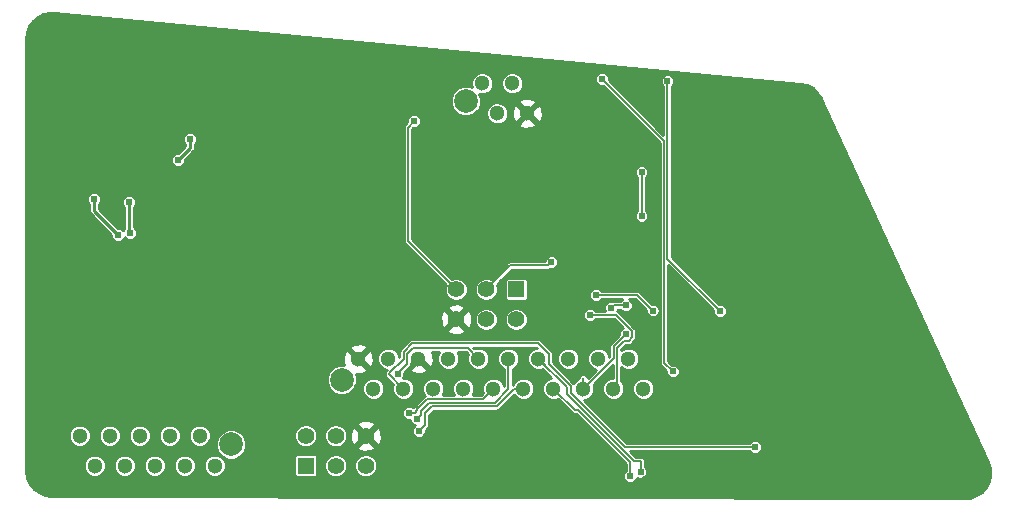
<source format=gbl>
G04 #@! TF.GenerationSoftware,KiCad,Pcbnew,5.0.2-bee76a0~70~ubuntu18.04.1*
G04 #@! TF.CreationDate,2019-02-11T21:35:21-05:00*
G04 #@! TF.ProjectId,dashboard_mk4_rev4,64617368-626f-4617-9264-5f6d6b345f72,6.0*
G04 #@! TF.SameCoordinates,Original*
G04 #@! TF.FileFunction,Copper,L2,Bot*
G04 #@! TF.FilePolarity,Positive*
%FSLAX46Y46*%
G04 Gerber Fmt 4.6, Leading zero omitted, Abs format (unit mm)*
G04 Created by KiCad (PCBNEW 5.0.2-bee76a0~70~ubuntu18.04.1) date Mon 11 Feb 2019 09:35:21 PM EST*
%MOMM*%
%LPD*%
G01*
G04 APERTURE LIST*
G04 #@! TA.AperFunction,ComponentPad*
%ADD10C,2.000000*%
G04 #@! TD*
G04 #@! TA.AperFunction,ComponentPad*
%ADD11C,1.300000*%
G04 #@! TD*
G04 #@! TA.AperFunction,ComponentPad*
%ADD12C,1.400000*%
G04 #@! TD*
G04 #@! TA.AperFunction,ComponentPad*
%ADD13R,1.400000X1.400000*%
G04 #@! TD*
G04 #@! TA.AperFunction,ViaPad*
%ADD14C,0.609600*%
G04 #@! TD*
G04 #@! TA.AperFunction,Conductor*
%ADD15C,0.152400*%
G04 #@! TD*
G04 #@! TA.AperFunction,Conductor*
%ADD16C,0.254000*%
G04 #@! TD*
G04 APERTURE END LIST*
D10*
G04 #@! TO.P,J3,5*
G04 #@! TO.N,N/C*
X62839149Y-31889381D03*
D11*
G04 #@! TO.P,J3,4*
G04 #@! TO.N,GND*
X68049149Y-32929381D03*
G04 #@! TO.P,J3,2*
G04 #@! TO.N,/SDA*
X65509149Y-32929381D03*
G04 #@! TO.P,J3,1*
G04 #@! TO.N,/SCL*
X64239149Y-30389381D03*
G04 #@! TO.P,J3,3*
G04 #@! TO.N,VCC*
X66779149Y-30389381D03*
G04 #@! TD*
D12*
G04 #@! TO.P,J4,6*
G04 #@! TO.N,GND*
X62033969Y-50375501D03*
G04 #@! TO.P,J4,5*
G04 #@! TO.N,/RESET_2*
X62033969Y-47835501D03*
G04 #@! TO.P,J4,4*
G04 #@! TO.N,/MOSI_2*
X64573969Y-50375501D03*
G04 #@! TO.P,J4,3*
G04 #@! TO.N,/SCK_2*
X64573969Y-47835501D03*
G04 #@! TO.P,J4,2*
G04 #@! TO.N,VCC*
X67113969Y-50375501D03*
D13*
G04 #@! TO.P,J4,1*
G04 #@! TO.N,/MISO_2*
X67113969Y-47835501D03*
G04 #@! TD*
D12*
G04 #@! TO.P,J5,6*
G04 #@! TO.N,GND*
X54386030Y-60230700D03*
G04 #@! TO.P,J5,5*
G04 #@! TO.N,/RESET*
X54386030Y-62770700D03*
G04 #@! TO.P,J5,4*
G04 #@! TO.N,/MOSI*
X51846030Y-60230700D03*
G04 #@! TO.P,J5,3*
G04 #@! TO.N,/SCK*
X51846030Y-62770700D03*
G04 #@! TO.P,J5,2*
G04 #@! TO.N,VCC*
X49306030Y-60230700D03*
D13*
G04 #@! TO.P,J5,1*
G04 #@! TO.N,/MISO*
X49306030Y-62770700D03*
G04 #@! TD*
D10*
G04 #@! TO.P,J1,11*
G04 #@! TO.N,N/C*
X42974260Y-60962540D03*
D11*
G04 #@! TO.P,J1,10*
G04 #@! TO.N,Net-(J1-Pad10)*
X30144260Y-60222540D03*
G04 #@! TO.P,J1,9*
G04 #@! TO.N,Net-(J1-Pad9)*
X31414260Y-62762540D03*
G04 #@! TO.P,J1,8*
G04 #@! TO.N,Net-(J1-Pad8)*
X32684260Y-60222540D03*
G04 #@! TO.P,J1,6*
G04 #@! TO.N,Net-(J1-Pad6)*
X35224260Y-60222540D03*
G04 #@! TO.P,J1,4*
G04 #@! TO.N,Net-(J1-Pad4)*
X37764260Y-60222540D03*
G04 #@! TO.P,J1,2*
G04 #@! TO.N,Net-(J1-Pad2)*
X40304260Y-60222540D03*
G04 #@! TO.P,J1,7*
G04 #@! TO.N,Net-(J1-Pad7)*
X33954260Y-62762540D03*
G04 #@! TO.P,J1,1*
G04 #@! TO.N,Net-(J1-Pad1)*
X41574260Y-62762540D03*
G04 #@! TO.P,J1,3*
G04 #@! TO.N,Net-(J1-Pad3)*
X39034260Y-62762540D03*
G04 #@! TO.P,J1,5*
G04 #@! TO.N,Net-(J1-Pad5)*
X36494260Y-62762540D03*
G04 #@! TD*
G04 #@! TO.P,J2,5*
G04 #@! TO.N,GND*
X58833570Y-53700360D03*
G04 #@! TO.P,J2,3*
G04 #@! TO.N,VCC*
X56293570Y-53700360D03*
G04 #@! TO.P,J2,1*
G04 #@! TO.N,GND*
X53753570Y-53700360D03*
G04 #@! TO.P,J2,7*
G04 #@! TO.N,/CANL*
X61373570Y-53700360D03*
G04 #@! TO.P,J2,2*
G04 #@! TO.N,+12V*
X55023570Y-56240360D03*
G04 #@! TO.P,J2,4*
G04 #@! TO.N,/STR_POT_SENSE*
X57563570Y-56240360D03*
G04 #@! TO.P,J2,6*
G04 #@! TO.N,/CANH*
X60103570Y-56240360D03*
G04 #@! TO.P,J2,8*
G04 #@! TO.N,VCC*
X62643570Y-56240360D03*
G04 #@! TO.P,J2,9*
G04 #@! TO.N,/MOSI*
X63913570Y-53700360D03*
G04 #@! TO.P,J2,10*
G04 #@! TO.N,/MISO*
X65183570Y-56240360D03*
G04 #@! TO.P,J2,11*
G04 #@! TO.N,/SCK*
X66453570Y-53700360D03*
G04 #@! TO.P,J2,12*
G04 #@! TO.N,/RESET*
X67723570Y-56240360D03*
G04 #@! TO.P,J2,13*
G04 #@! TO.N,/RJLED1*
X68993570Y-53700360D03*
G04 #@! TO.P,J2,14*
G04 #@! TO.N,/RJLED2*
X70263570Y-56240360D03*
G04 #@! TO.P,J2,15*
G04 #@! TO.N,/LED_START*
X71533570Y-53700360D03*
G04 #@! TO.P,J2,16*
G04 #@! TO.N,/LED_BMS*
X72803570Y-56240360D03*
G04 #@! TO.P,J2,17*
G04 #@! TO.N,/LED_IMD*
X74073570Y-53700360D03*
G04 #@! TO.P,J2,18*
G04 #@! TO.N,/START_BTN*
X75343570Y-56240360D03*
G04 #@! TO.P,J2,19*
G04 #@! TO.N,/RTD_BUZZER*
X76613570Y-53700360D03*
G04 #@! TO.P,J2,20*
G04 #@! TO.N,Net-(J2-Pad20)*
X77883570Y-56240360D03*
D10*
G04 #@! TO.P,J2,21*
G04 #@! TO.N,N/C*
X52353570Y-55500360D03*
G04 #@! TD*
D14*
G04 #@! TO.N,GND*
X49670097Y-56159998D03*
X33922094Y-56667999D03*
X44590096Y-39903999D03*
X46876098Y-39903996D03*
X46876096Y-38125999D03*
X44590098Y-38126000D03*
X29604096Y-49555998D03*
X29350100Y-44729997D03*
X28334098Y-45745998D03*
X29350097Y-46761997D03*
X28334098Y-47777999D03*
X29350097Y-48540000D03*
X28334098Y-49556002D03*
X49416095Y-50572001D03*
X43828097Y-58191997D03*
X61607250Y-63047561D03*
X72265090Y-62410021D03*
X80243230Y-56489281D03*
X84428599Y-62712792D03*
X84888890Y-42153521D03*
X75752511Y-30558420D03*
X71536111Y-30522861D03*
X52425151Y-50299302D03*
X50577070Y-38281934D03*
X58559249Y-38241921D03*
X93599000Y-60706000D03*
X54229000Y-34671000D03*
X93472000Y-39751000D03*
X93091000Y-51562000D03*
X58488368Y-39878000D03*
X70104000Y-38989000D03*
X56896000Y-43180000D03*
X56388000Y-34036000D03*
G04 #@! TO.N,/MISO*
X58016140Y-58280300D03*
G04 #@! TO.N,/SCK*
X58734960Y-58788300D03*
G04 #@! TO.N,Net-(C5-Pad2)*
X34341195Y-40457902D03*
X34391996Y-43048700D03*
G04 #@! TO.N,Net-(C11-Pad1)*
X33414096Y-43205999D03*
X31382098Y-40158001D03*
G04 #@! TO.N,Net-(R3-Pad2)*
X38494099Y-36856000D03*
X39510098Y-35077997D03*
G04 #@! TO.N,/STR_POT_SENSE*
X87337450Y-61185742D03*
G04 #@! TO.N,/MOSI*
X57069906Y-54992354D03*
G04 #@! TO.N,/RESET*
X78665890Y-49631280D03*
X73860209Y-48325721D03*
X73860209Y-48325721D03*
X58851800Y-59827160D03*
G04 #@! TO.N,/RJLED1*
X77642271Y-63268542D03*
G04 #@! TO.N,/RJLED2*
X76745651Y-63644461D03*
G04 #@! TO.N,/LED_START*
X76390049Y-49199481D03*
X75160690Y-49423001D03*
G04 #@! TO.N,/LED_BMS*
X76369729Y-51637880D03*
G04 #@! TO.N,/START_BTN*
X73372529Y-50017362D03*
X73372529Y-50017362D03*
G04 #@! TO.N,/SCK_2*
X70101011Y-45498701D03*
G04 #@! TO.N,/RESET_2*
X58483050Y-33606420D03*
G04 #@! TO.N,/PWM_1*
X80365151Y-54790022D03*
X74363131Y-30045342D03*
G04 #@! TO.N,/PWM_0*
X84347871Y-49661761D03*
X79920651Y-30212980D03*
G04 #@! TO.N,/RTD_BUZZER*
X77724000Y-41656000D03*
X77724000Y-37897133D03*
G04 #@! TD*
D15*
G04 #@! TO.N,/MISO*
X65183570Y-56240360D02*
X64304969Y-57118961D01*
X58016140Y-58280300D02*
X58511440Y-58280300D01*
X58734949Y-57959712D02*
X59575700Y-57118961D01*
X58734949Y-58056791D02*
X58734949Y-57959712D01*
X58511440Y-58280300D02*
X58734949Y-58056791D01*
X64304969Y-57118961D02*
X59575700Y-57118961D01*
G04 #@! TO.N,/SCK*
X59039759Y-58483501D02*
X59039759Y-58102501D01*
X58734960Y-58788300D02*
X59039759Y-58483501D01*
X59039759Y-58102501D02*
X59705240Y-57437020D01*
X66453570Y-54619598D02*
X66453570Y-53700360D01*
X65287240Y-57437020D02*
X66453570Y-56270690D01*
X66453570Y-56270690D02*
X66453570Y-54619598D01*
X59705240Y-57437020D02*
X65287240Y-57437020D01*
D16*
G04 #@! TO.N,Net-(C5-Pad2)*
X34341197Y-42997900D02*
X34391996Y-43048700D01*
X34341195Y-40457902D02*
X34341197Y-42997900D01*
G04 #@! TO.N,Net-(C11-Pad1)*
X31382096Y-41173999D02*
X33414096Y-43205999D01*
X31382098Y-40158001D02*
X31382096Y-41173999D01*
G04 #@! TO.N,Net-(R3-Pad2)*
X39510099Y-35840001D02*
X38494099Y-36856000D01*
X39510098Y-35077997D02*
X39510099Y-35840001D01*
D15*
G04 #@! TO.N,/STR_POT_SENSE*
X69872171Y-53385720D02*
X69872172Y-53278632D01*
X69872171Y-53278631D02*
X69872171Y-53385720D01*
X57581790Y-53103790D02*
X58280300Y-52405280D01*
X57581790Y-53712470D02*
X57581790Y-53103790D01*
X58280300Y-52405280D02*
X68998820Y-52405280D01*
X56354850Y-54939410D02*
X57581790Y-53712470D01*
X68998820Y-52405280D02*
X69872171Y-53278631D01*
X56354850Y-55031640D02*
X56354850Y-54939410D01*
X57563570Y-56240360D02*
X56354850Y-55031640D01*
X69872170Y-53491842D02*
X69872171Y-53385720D01*
X69872170Y-54147894D02*
X69872170Y-53491842D01*
X71726619Y-56002343D02*
X69872170Y-54147894D01*
X71726619Y-56582199D02*
X71726619Y-56002343D01*
X87337450Y-61185742D02*
X76330162Y-61185742D01*
X76330162Y-61185742D02*
X71726619Y-56582199D01*
G04 #@! TO.N,/MOSI*
X57170320Y-54856380D02*
X57475119Y-54551581D01*
X57374705Y-54651995D02*
X57475119Y-54551581D01*
X57886600Y-53347000D02*
X57886600Y-54140100D01*
X58411841Y-52821759D02*
X57886600Y-53347000D01*
X57886600Y-54140100D02*
X57475119Y-54551581D01*
X63034969Y-52821759D02*
X58411841Y-52821759D01*
X63913570Y-53700360D02*
X63034969Y-52821759D01*
G04 #@! TO.N,/RESET*
X78665890Y-49631280D02*
X77360331Y-48325721D01*
X76305725Y-48325721D02*
X73860209Y-48325721D01*
X77360331Y-48325721D02*
X76305725Y-48325721D01*
X67723571Y-56240361D02*
X67625015Y-56240361D01*
X58851800Y-59827160D02*
X59397900Y-59281060D01*
X59397900Y-59281060D02*
X59397900Y-58343800D01*
X59999870Y-57741830D02*
X65463410Y-57741830D01*
X59397900Y-58343800D02*
X59999870Y-57741830D01*
X65463410Y-57741830D02*
X66941700Y-56263540D01*
X67700390Y-56263540D02*
X67723570Y-56240360D01*
X66941700Y-56263540D02*
X67700390Y-56263540D01*
G04 #@! TO.N,/RJLED1*
X69643570Y-54350360D02*
X68993570Y-53700360D01*
X71421810Y-56128600D02*
X68993570Y-53700360D01*
X71421810Y-56708457D02*
X71421810Y-56128600D01*
X77092747Y-62379392D02*
X71421810Y-56708457D01*
X77642271Y-62379392D02*
X77092747Y-62379392D01*
X77642271Y-63268542D02*
X77642271Y-62379392D01*
G04 #@! TO.N,/RJLED2*
X76745651Y-63644461D02*
X76745651Y-62463361D01*
X76745651Y-62463361D02*
X72315890Y-58033601D01*
X72056811Y-58033601D02*
X70263570Y-56240360D01*
X72315890Y-58033601D02*
X72056811Y-58033601D01*
G04 #@! TO.N,/LED_START*
X76390049Y-49199481D02*
X75384210Y-49199481D01*
X75384210Y-49199481D02*
X75160690Y-49423001D01*
G04 #@! TO.N,/LED_BMS*
X73453569Y-55590361D02*
X72803570Y-56240360D01*
X75366870Y-53677060D02*
X73453569Y-55590361D01*
X75366870Y-52640739D02*
X75366870Y-53677060D01*
X76369729Y-51637880D02*
X75366870Y-52640739D01*
X72803571Y-55321122D02*
X72803571Y-56240361D01*
G04 #@! TO.N,/START_BTN*
X76903130Y-51381849D02*
X75538643Y-50017362D01*
X76903130Y-51893913D02*
X76903130Y-51381849D01*
X75343570Y-56240360D02*
X75343570Y-55974430D01*
X75671680Y-52766995D02*
X76267394Y-52171281D01*
X75343570Y-55974430D02*
X75671680Y-55646320D01*
X76625762Y-52171281D02*
X76903130Y-51893913D01*
X75671680Y-55646320D02*
X75671680Y-52766995D01*
X75538643Y-50017362D02*
X73372529Y-50017362D01*
X76267394Y-52171281D02*
X76625762Y-52171281D01*
G04 #@! TO.N,/SCK_2*
X65273970Y-47135502D02*
X64573971Y-47835501D01*
X66605971Y-45803500D02*
X65273970Y-47135502D01*
X69796211Y-45803501D02*
X66605971Y-45803500D01*
X70101011Y-45498701D02*
X69796211Y-45803501D01*
G04 #@! TO.N,/RESET_2*
X61333971Y-47135502D02*
X62033970Y-47835501D01*
X57954968Y-43756500D02*
X61333971Y-47135502D01*
X57954968Y-34134502D02*
X57954968Y-43756500D01*
X58483050Y-33606420D02*
X57954968Y-34134502D01*
G04 #@! TO.N,/PWM_1*
X79615840Y-35298050D02*
X74363131Y-30045342D01*
X80365151Y-54790022D02*
X79615840Y-54040710D01*
X79615840Y-54040710D02*
X79615840Y-35298050D01*
G04 #@! TO.N,/PWM_0*
X84347871Y-49661761D02*
X79920651Y-45234541D01*
X79920651Y-45234541D02*
X79920651Y-30212980D01*
G04 #@! TO.N,/RTD_BUZZER*
X77724000Y-38354000D02*
X77724000Y-37897133D01*
X77724000Y-41656000D02*
X77724000Y-37897133D01*
G04 #@! TD*
D16*
G04 #@! TO.N,GND*
G36*
X27963885Y-24450074D02*
X91171775Y-30446115D01*
X91723024Y-30569525D01*
X92204834Y-30815222D01*
X92610400Y-31173015D01*
X92925519Y-31637029D01*
X92957930Y-31704131D01*
X107019298Y-62443740D01*
X107188043Y-62982831D01*
X107216169Y-63522937D01*
X107109094Y-64053066D01*
X106873546Y-64539909D01*
X106524322Y-64952881D01*
X106083368Y-65266031D01*
X105577679Y-65459955D01*
X105035188Y-65524731D01*
X27762675Y-65305208D01*
X27202430Y-65232815D01*
X26700144Y-65032293D01*
X26263505Y-64713158D01*
X25919949Y-64295459D01*
X25691063Y-63805444D01*
X25587846Y-63255879D01*
X25584337Y-63138935D01*
X25584337Y-62577671D01*
X30484860Y-62577671D01*
X30484860Y-62947409D01*
X30626353Y-63289003D01*
X30887797Y-63550447D01*
X31229391Y-63691940D01*
X31599129Y-63691940D01*
X31940723Y-63550447D01*
X32202167Y-63289003D01*
X32343660Y-62947409D01*
X32343660Y-62577671D01*
X33024860Y-62577671D01*
X33024860Y-62947409D01*
X33166353Y-63289003D01*
X33427797Y-63550447D01*
X33769391Y-63691940D01*
X34139129Y-63691940D01*
X34480723Y-63550447D01*
X34742167Y-63289003D01*
X34883660Y-62947409D01*
X34883660Y-62577671D01*
X35564860Y-62577671D01*
X35564860Y-62947409D01*
X35706353Y-63289003D01*
X35967797Y-63550447D01*
X36309391Y-63691940D01*
X36679129Y-63691940D01*
X37020723Y-63550447D01*
X37282167Y-63289003D01*
X37423660Y-62947409D01*
X37423660Y-62577671D01*
X38104860Y-62577671D01*
X38104860Y-62947409D01*
X38246353Y-63289003D01*
X38507797Y-63550447D01*
X38849391Y-63691940D01*
X39219129Y-63691940D01*
X39560723Y-63550447D01*
X39822167Y-63289003D01*
X39963660Y-62947409D01*
X39963660Y-62577671D01*
X40644860Y-62577671D01*
X40644860Y-62947409D01*
X40786353Y-63289003D01*
X41047797Y-63550447D01*
X41389391Y-63691940D01*
X41759129Y-63691940D01*
X42100723Y-63550447D01*
X42362167Y-63289003D01*
X42503660Y-62947409D01*
X42503660Y-62577671D01*
X42362167Y-62236077D01*
X42100723Y-61974633D01*
X41759129Y-61833140D01*
X41389391Y-61833140D01*
X41047797Y-61974633D01*
X40786353Y-62236077D01*
X40644860Y-62577671D01*
X39963660Y-62577671D01*
X39822167Y-62236077D01*
X39560723Y-61974633D01*
X39219129Y-61833140D01*
X38849391Y-61833140D01*
X38507797Y-61974633D01*
X38246353Y-62236077D01*
X38104860Y-62577671D01*
X37423660Y-62577671D01*
X37282167Y-62236077D01*
X37020723Y-61974633D01*
X36679129Y-61833140D01*
X36309391Y-61833140D01*
X35967797Y-61974633D01*
X35706353Y-62236077D01*
X35564860Y-62577671D01*
X34883660Y-62577671D01*
X34742167Y-62236077D01*
X34480723Y-61974633D01*
X34139129Y-61833140D01*
X33769391Y-61833140D01*
X33427797Y-61974633D01*
X33166353Y-62236077D01*
X33024860Y-62577671D01*
X32343660Y-62577671D01*
X32202167Y-62236077D01*
X31940723Y-61974633D01*
X31599129Y-61833140D01*
X31229391Y-61833140D01*
X30887797Y-61974633D01*
X30626353Y-62236077D01*
X30484860Y-62577671D01*
X25584337Y-62577671D01*
X25584337Y-60037671D01*
X29214860Y-60037671D01*
X29214860Y-60407409D01*
X29356353Y-60749003D01*
X29617797Y-61010447D01*
X29959391Y-61151940D01*
X30329129Y-61151940D01*
X30670723Y-61010447D01*
X30932167Y-60749003D01*
X31073660Y-60407409D01*
X31073660Y-60037671D01*
X31754860Y-60037671D01*
X31754860Y-60407409D01*
X31896353Y-60749003D01*
X32157797Y-61010447D01*
X32499391Y-61151940D01*
X32869129Y-61151940D01*
X33210723Y-61010447D01*
X33472167Y-60749003D01*
X33613660Y-60407409D01*
X33613660Y-60037671D01*
X34294860Y-60037671D01*
X34294860Y-60407409D01*
X34436353Y-60749003D01*
X34697797Y-61010447D01*
X35039391Y-61151940D01*
X35409129Y-61151940D01*
X35750723Y-61010447D01*
X36012167Y-60749003D01*
X36153660Y-60407409D01*
X36153660Y-60037671D01*
X36834860Y-60037671D01*
X36834860Y-60407409D01*
X36976353Y-60749003D01*
X37237797Y-61010447D01*
X37579391Y-61151940D01*
X37949129Y-61151940D01*
X38290723Y-61010447D01*
X38552167Y-60749003D01*
X38693660Y-60407409D01*
X38693660Y-60037671D01*
X39374860Y-60037671D01*
X39374860Y-60407409D01*
X39516353Y-60749003D01*
X39777797Y-61010447D01*
X40119391Y-61151940D01*
X40489129Y-61151940D01*
X40830723Y-61010447D01*
X41092167Y-60749003D01*
X41109129Y-60708052D01*
X41694860Y-60708052D01*
X41694860Y-61217028D01*
X41889637Y-61687262D01*
X42249538Y-62047163D01*
X42719772Y-62241940D01*
X43228748Y-62241940D01*
X43642158Y-62070700D01*
X48321157Y-62070700D01*
X48321157Y-63470700D01*
X48342842Y-63579716D01*
X48404594Y-63672136D01*
X48497014Y-63733888D01*
X48606030Y-63755573D01*
X50006030Y-63755573D01*
X50115046Y-63733888D01*
X50207466Y-63672136D01*
X50269218Y-63579716D01*
X50290903Y-63470700D01*
X50290903Y-62575885D01*
X50866630Y-62575885D01*
X50866630Y-62965515D01*
X51015734Y-63325486D01*
X51291244Y-63600996D01*
X51651215Y-63750100D01*
X52040845Y-63750100D01*
X52400816Y-63600996D01*
X52676326Y-63325486D01*
X52825430Y-62965515D01*
X52825430Y-62575885D01*
X53406630Y-62575885D01*
X53406630Y-62965515D01*
X53555734Y-63325486D01*
X53831244Y-63600996D01*
X54191215Y-63750100D01*
X54580845Y-63750100D01*
X54940816Y-63600996D01*
X55216326Y-63325486D01*
X55365430Y-62965515D01*
X55365430Y-62575885D01*
X55216326Y-62215914D01*
X54940816Y-61940404D01*
X54580845Y-61791300D01*
X54191215Y-61791300D01*
X53831244Y-61940404D01*
X53555734Y-62215914D01*
X53406630Y-62575885D01*
X52825430Y-62575885D01*
X52676326Y-62215914D01*
X52400816Y-61940404D01*
X52040845Y-61791300D01*
X51651215Y-61791300D01*
X51291244Y-61940404D01*
X51015734Y-62215914D01*
X50866630Y-62575885D01*
X50290903Y-62575885D01*
X50290903Y-62070700D01*
X50269218Y-61961684D01*
X50207466Y-61869264D01*
X50115046Y-61807512D01*
X50006030Y-61785827D01*
X48606030Y-61785827D01*
X48497014Y-61807512D01*
X48404594Y-61869264D01*
X48342842Y-61961684D01*
X48321157Y-62070700D01*
X43642158Y-62070700D01*
X43698982Y-62047163D01*
X44058883Y-61687262D01*
X44253660Y-61217028D01*
X44253660Y-60708052D01*
X44058883Y-60237818D01*
X43856950Y-60035885D01*
X48326630Y-60035885D01*
X48326630Y-60425515D01*
X48475734Y-60785486D01*
X48751244Y-61060996D01*
X49111215Y-61210100D01*
X49500845Y-61210100D01*
X49860816Y-61060996D01*
X50136326Y-60785486D01*
X50285430Y-60425515D01*
X50285430Y-60035885D01*
X50866630Y-60035885D01*
X50866630Y-60425515D01*
X51015734Y-60785486D01*
X51291244Y-61060996D01*
X51651215Y-61210100D01*
X52040845Y-61210100D01*
X52147372Y-61165975D01*
X53630361Y-61165975D01*
X53692199Y-61401742D01*
X54193152Y-61578119D01*
X54723470Y-61549364D01*
X55079861Y-61401742D01*
X55141699Y-61165975D01*
X54386030Y-60410305D01*
X53630361Y-61165975D01*
X52147372Y-61165975D01*
X52400816Y-61060996D01*
X52676326Y-60785486D01*
X52825430Y-60425515D01*
X52825430Y-60037822D01*
X53038611Y-60037822D01*
X53067366Y-60568140D01*
X53214988Y-60924531D01*
X53450755Y-60986369D01*
X54206425Y-60230700D01*
X54565635Y-60230700D01*
X55321305Y-60986369D01*
X55557072Y-60924531D01*
X55733449Y-60423578D01*
X55704694Y-59893260D01*
X55557072Y-59536869D01*
X55321305Y-59475031D01*
X54565635Y-60230700D01*
X54206425Y-60230700D01*
X53450755Y-59475031D01*
X53214988Y-59536869D01*
X53038611Y-60037822D01*
X52825430Y-60037822D01*
X52825430Y-60035885D01*
X52676326Y-59675914D01*
X52400816Y-59400404D01*
X52147373Y-59295425D01*
X53630361Y-59295425D01*
X54386030Y-60051095D01*
X55141699Y-59295425D01*
X55079861Y-59059658D01*
X54578908Y-58883281D01*
X54048590Y-58912036D01*
X53692199Y-59059658D01*
X53630361Y-59295425D01*
X52147373Y-59295425D01*
X52040845Y-59251300D01*
X51651215Y-59251300D01*
X51291244Y-59400404D01*
X51015734Y-59675914D01*
X50866630Y-60035885D01*
X50285430Y-60035885D01*
X50136326Y-59675914D01*
X49860816Y-59400404D01*
X49500845Y-59251300D01*
X49111215Y-59251300D01*
X48751244Y-59400404D01*
X48475734Y-59675914D01*
X48326630Y-60035885D01*
X43856950Y-60035885D01*
X43698982Y-59877917D01*
X43228748Y-59683140D01*
X42719772Y-59683140D01*
X42249538Y-59877917D01*
X41889637Y-60237818D01*
X41694860Y-60708052D01*
X41109129Y-60708052D01*
X41233660Y-60407409D01*
X41233660Y-60037671D01*
X41092167Y-59696077D01*
X40830723Y-59434633D01*
X40489129Y-59293140D01*
X40119391Y-59293140D01*
X39777797Y-59434633D01*
X39516353Y-59696077D01*
X39374860Y-60037671D01*
X38693660Y-60037671D01*
X38552167Y-59696077D01*
X38290723Y-59434633D01*
X37949129Y-59293140D01*
X37579391Y-59293140D01*
X37237797Y-59434633D01*
X36976353Y-59696077D01*
X36834860Y-60037671D01*
X36153660Y-60037671D01*
X36012167Y-59696077D01*
X35750723Y-59434633D01*
X35409129Y-59293140D01*
X35039391Y-59293140D01*
X34697797Y-59434633D01*
X34436353Y-59696077D01*
X34294860Y-60037671D01*
X33613660Y-60037671D01*
X33472167Y-59696077D01*
X33210723Y-59434633D01*
X32869129Y-59293140D01*
X32499391Y-59293140D01*
X32157797Y-59434633D01*
X31896353Y-59696077D01*
X31754860Y-60037671D01*
X31073660Y-60037671D01*
X30932167Y-59696077D01*
X30670723Y-59434633D01*
X30329129Y-59293140D01*
X29959391Y-59293140D01*
X29617797Y-59434633D01*
X29356353Y-59696077D01*
X29214860Y-60037671D01*
X25584337Y-60037671D01*
X25584337Y-58164095D01*
X57431940Y-58164095D01*
X57431940Y-58396505D01*
X57520879Y-58611223D01*
X57685217Y-58775561D01*
X57899935Y-58864500D01*
X58132345Y-58864500D01*
X58150760Y-58856872D01*
X58150760Y-58904505D01*
X58239699Y-59119223D01*
X58404037Y-59283561D01*
X58520836Y-59331940D01*
X58356539Y-59496237D01*
X58267600Y-59710955D01*
X58267600Y-59943365D01*
X58356539Y-60158083D01*
X58520877Y-60322421D01*
X58735595Y-60411360D01*
X58968005Y-60411360D01*
X59182723Y-60322421D01*
X59347061Y-60158083D01*
X59436000Y-59943365D01*
X59436000Y-59745855D01*
X59624587Y-59557267D01*
X59654272Y-59537433D01*
X59674107Y-59507748D01*
X59674110Y-59507745D01*
X59732867Y-59419808D01*
X59760466Y-59281061D01*
X59753500Y-59246041D01*
X59753500Y-58491094D01*
X60147164Y-58097430D01*
X65428390Y-58097430D01*
X65463410Y-58104396D01*
X65498430Y-58097430D01*
X65602158Y-58076797D01*
X65719783Y-57998203D01*
X65739621Y-57968513D01*
X66938487Y-56769647D01*
X67197107Y-57028267D01*
X67538701Y-57169760D01*
X67908439Y-57169760D01*
X68250033Y-57028267D01*
X68511477Y-56766823D01*
X68652970Y-56425229D01*
X68652970Y-56055491D01*
X68511477Y-55713897D01*
X68250033Y-55452453D01*
X67908439Y-55310960D01*
X67538701Y-55310960D01*
X67197107Y-55452453D01*
X66935663Y-55713897D01*
X66850673Y-55919081D01*
X66809170Y-55927336D01*
X66809170Y-54559041D01*
X66980033Y-54488267D01*
X67241477Y-54226823D01*
X67382970Y-53885229D01*
X67382970Y-53515491D01*
X67241477Y-53173897D01*
X66980033Y-52912453D01*
X66638439Y-52770960D01*
X66268701Y-52770960D01*
X65927107Y-52912453D01*
X65665663Y-53173897D01*
X65524170Y-53515491D01*
X65524170Y-53885229D01*
X65665663Y-54226823D01*
X65927107Y-54488267D01*
X66097970Y-54559041D01*
X66097970Y-54654617D01*
X66097971Y-54654622D01*
X66097970Y-56019278D01*
X65971477Y-55713897D01*
X65710033Y-55452453D01*
X65368439Y-55310960D01*
X64998701Y-55310960D01*
X64657107Y-55452453D01*
X64395663Y-55713897D01*
X64254170Y-56055491D01*
X64254170Y-56425229D01*
X64324944Y-56596092D01*
X64157675Y-56763361D01*
X63432911Y-56763361D01*
X63572970Y-56425229D01*
X63572970Y-56055491D01*
X63431477Y-55713897D01*
X63170033Y-55452453D01*
X62828439Y-55310960D01*
X62458701Y-55310960D01*
X62117107Y-55452453D01*
X61855663Y-55713897D01*
X61714170Y-56055491D01*
X61714170Y-56425229D01*
X61854229Y-56763361D01*
X60892911Y-56763361D01*
X61032970Y-56425229D01*
X61032970Y-56055491D01*
X60891477Y-55713897D01*
X60630033Y-55452453D01*
X60288439Y-55310960D01*
X59918701Y-55310960D01*
X59577107Y-55452453D01*
X59315663Y-55713897D01*
X59174170Y-56055491D01*
X59174170Y-56425229D01*
X59315663Y-56766823D01*
X59374538Y-56825698D01*
X59319327Y-56862588D01*
X59299490Y-56892277D01*
X58508264Y-57683503D01*
X58478577Y-57703339D01*
X58399982Y-57820964D01*
X58399982Y-57820965D01*
X58397163Y-57835139D01*
X58347063Y-57785039D01*
X58132345Y-57696100D01*
X57899935Y-57696100D01*
X57685217Y-57785039D01*
X57520879Y-57949377D01*
X57431940Y-58164095D01*
X25584337Y-58164095D01*
X25584337Y-55245872D01*
X51074170Y-55245872D01*
X51074170Y-55754848D01*
X51268947Y-56225082D01*
X51628848Y-56584983D01*
X52099082Y-56779760D01*
X52608058Y-56779760D01*
X53078292Y-56584983D01*
X53438193Y-56225082D01*
X53508439Y-56055491D01*
X54094170Y-56055491D01*
X54094170Y-56425229D01*
X54235663Y-56766823D01*
X54497107Y-57028267D01*
X54838701Y-57169760D01*
X55208439Y-57169760D01*
X55550033Y-57028267D01*
X55811477Y-56766823D01*
X55952970Y-56425229D01*
X55952970Y-56055491D01*
X55811477Y-55713897D01*
X55550033Y-55452453D01*
X55208439Y-55310960D01*
X54838701Y-55310960D01*
X54497107Y-55452453D01*
X54235663Y-55713897D01*
X54094170Y-56055491D01*
X53508439Y-56055491D01*
X53632970Y-55754848D01*
X53632970Y-55245872D01*
X53523157Y-54980760D01*
X53572648Y-54997982D01*
X54082998Y-54968443D01*
X54417299Y-54829971D01*
X54472980Y-54599376D01*
X53753570Y-53879965D01*
X53739428Y-53894108D01*
X53559822Y-53714502D01*
X53573965Y-53700360D01*
X53933175Y-53700360D01*
X54652586Y-54419770D01*
X54883181Y-54364089D01*
X55051192Y-53881282D01*
X55030021Y-53515491D01*
X55364170Y-53515491D01*
X55364170Y-53885229D01*
X55505663Y-54226823D01*
X55767107Y-54488267D01*
X56108701Y-54629760D01*
X56161606Y-54629760D01*
X56128165Y-54663201D01*
X56098478Y-54683037D01*
X56078641Y-54712725D01*
X56078640Y-54712726D01*
X56059560Y-54741282D01*
X56019883Y-54800662D01*
X56019883Y-54800663D01*
X55992284Y-54939410D01*
X55999250Y-54974430D01*
X55999250Y-54996620D01*
X55992284Y-55031640D01*
X56019883Y-55170387D01*
X56050107Y-55215620D01*
X56098477Y-55288012D01*
X56128165Y-55307849D01*
X56704944Y-55884628D01*
X56634170Y-56055491D01*
X56634170Y-56425229D01*
X56775663Y-56766823D01*
X57037107Y-57028267D01*
X57378701Y-57169760D01*
X57748439Y-57169760D01*
X58090033Y-57028267D01*
X58351477Y-56766823D01*
X58492970Y-56425229D01*
X58492970Y-56055491D01*
X58351477Y-55713897D01*
X58090033Y-55452453D01*
X57748439Y-55310960D01*
X57570269Y-55310960D01*
X57654106Y-55108559D01*
X57654106Y-54876149D01*
X57653913Y-54875682D01*
X57751329Y-54778266D01*
X57751331Y-54778263D01*
X57930218Y-54599376D01*
X58114160Y-54599376D01*
X58169841Y-54829971D01*
X58652648Y-54997982D01*
X59162998Y-54968443D01*
X59497299Y-54829971D01*
X59552980Y-54599376D01*
X58833570Y-53879965D01*
X58114160Y-54599376D01*
X57930218Y-54599376D01*
X58113285Y-54416309D01*
X58142973Y-54396473D01*
X58165189Y-54363225D01*
X58221567Y-54278848D01*
X58249166Y-54140101D01*
X58243369Y-54110956D01*
X58653965Y-53700360D01*
X58639822Y-53686218D01*
X58819428Y-53506613D01*
X58833570Y-53520755D01*
X58847713Y-53506613D01*
X59027318Y-53686218D01*
X59013175Y-53700360D01*
X59732586Y-54419770D01*
X59963181Y-54364089D01*
X60131192Y-53881282D01*
X60101653Y-53370932D01*
X60021472Y-53177359D01*
X60584229Y-53177359D01*
X60444170Y-53515491D01*
X60444170Y-53885229D01*
X60585663Y-54226823D01*
X60847107Y-54488267D01*
X61188701Y-54629760D01*
X61558439Y-54629760D01*
X61900033Y-54488267D01*
X62161477Y-54226823D01*
X62302970Y-53885229D01*
X62302970Y-53515491D01*
X62162911Y-53177359D01*
X62887675Y-53177359D01*
X63054944Y-53344628D01*
X62984170Y-53515491D01*
X62984170Y-53885229D01*
X63125663Y-54226823D01*
X63387107Y-54488267D01*
X63728701Y-54629760D01*
X64098439Y-54629760D01*
X64440033Y-54488267D01*
X64701477Y-54226823D01*
X64842970Y-53885229D01*
X64842970Y-53515491D01*
X64701477Y-53173897D01*
X64440033Y-52912453D01*
X64098439Y-52770960D01*
X63728701Y-52770960D01*
X63557838Y-52841734D01*
X63476984Y-52760880D01*
X68851526Y-52760880D01*
X68861606Y-52770960D01*
X68808701Y-52770960D01*
X68467107Y-52912453D01*
X68205663Y-53173897D01*
X68064170Y-53515491D01*
X68064170Y-53885229D01*
X68205663Y-54226823D01*
X68467107Y-54488267D01*
X68808701Y-54629760D01*
X69178439Y-54629760D01*
X69349301Y-54558986D01*
X69416885Y-54626570D01*
X69416887Y-54626571D01*
X70101275Y-55310960D01*
X70078701Y-55310960D01*
X69737107Y-55452453D01*
X69475663Y-55713897D01*
X69334170Y-56055491D01*
X69334170Y-56425229D01*
X69475663Y-56766823D01*
X69737107Y-57028267D01*
X70078701Y-57169760D01*
X70448439Y-57169760D01*
X70619302Y-57098986D01*
X71780602Y-58260287D01*
X71800438Y-58289974D01*
X71830125Y-58309810D01*
X71830126Y-58309811D01*
X71918063Y-58368568D01*
X72056811Y-58396167D01*
X72091831Y-58389201D01*
X72168596Y-58389201D01*
X76390052Y-62610656D01*
X76390051Y-63173877D01*
X76250390Y-63313538D01*
X76161451Y-63528256D01*
X76161451Y-63760666D01*
X76250390Y-63975384D01*
X76414728Y-64139722D01*
X76629446Y-64228661D01*
X76861856Y-64228661D01*
X77076574Y-64139722D01*
X77240912Y-63975384D01*
X77326032Y-63769885D01*
X77526066Y-63852742D01*
X77758476Y-63852742D01*
X77973194Y-63763803D01*
X78137532Y-63599465D01*
X78226471Y-63384747D01*
X78226471Y-63152337D01*
X78137532Y-62937619D01*
X77997871Y-62797958D01*
X77997871Y-62414412D01*
X78004837Y-62379392D01*
X77977238Y-62240644D01*
X77898644Y-62123019D01*
X77781019Y-62044425D01*
X77677291Y-62023792D01*
X77642271Y-62016826D01*
X77607251Y-62023792D01*
X77240042Y-62023792D01*
X76757592Y-61541342D01*
X86866866Y-61541342D01*
X87006527Y-61681003D01*
X87221245Y-61769942D01*
X87453655Y-61769942D01*
X87668373Y-61681003D01*
X87832711Y-61516665D01*
X87921650Y-61301947D01*
X87921650Y-61069537D01*
X87832711Y-60854819D01*
X87668373Y-60690481D01*
X87453655Y-60601542D01*
X87221245Y-60601542D01*
X87006527Y-60690481D01*
X86866866Y-60830142D01*
X76477457Y-60830142D01*
X72817074Y-57169760D01*
X72988439Y-57169760D01*
X73330033Y-57028267D01*
X73591477Y-56766823D01*
X73732970Y-56425229D01*
X73732970Y-56055491D01*
X73662196Y-55884628D01*
X75316080Y-54230744D01*
X75316080Y-55310960D01*
X75158701Y-55310960D01*
X74817107Y-55452453D01*
X74555663Y-55713897D01*
X74414170Y-56055491D01*
X74414170Y-56425229D01*
X74555663Y-56766823D01*
X74817107Y-57028267D01*
X75158701Y-57169760D01*
X75528439Y-57169760D01*
X75870033Y-57028267D01*
X76131477Y-56766823D01*
X76272970Y-56425229D01*
X76272970Y-56055491D01*
X76954170Y-56055491D01*
X76954170Y-56425229D01*
X77095663Y-56766823D01*
X77357107Y-57028267D01*
X77698701Y-57169760D01*
X78068439Y-57169760D01*
X78410033Y-57028267D01*
X78671477Y-56766823D01*
X78812970Y-56425229D01*
X78812970Y-56055491D01*
X78671477Y-55713897D01*
X78410033Y-55452453D01*
X78068439Y-55310960D01*
X77698701Y-55310960D01*
X77357107Y-55452453D01*
X77095663Y-55713897D01*
X76954170Y-56055491D01*
X76272970Y-56055491D01*
X76131477Y-55713897D01*
X76027280Y-55609700D01*
X76027280Y-54428440D01*
X76087107Y-54488267D01*
X76428701Y-54629760D01*
X76798439Y-54629760D01*
X77140033Y-54488267D01*
X77401477Y-54226823D01*
X77542970Y-53885229D01*
X77542970Y-53515491D01*
X77401477Y-53173897D01*
X77140033Y-52912453D01*
X76798439Y-52770960D01*
X76428701Y-52770960D01*
X76087107Y-52912453D01*
X76027280Y-52972280D01*
X76027280Y-52914289D01*
X76414689Y-52526881D01*
X76590742Y-52526881D01*
X76625762Y-52533847D01*
X76660782Y-52526881D01*
X76764510Y-52506248D01*
X76882135Y-52427654D01*
X76901973Y-52397964D01*
X77129817Y-52170121D01*
X77159502Y-52150286D01*
X77179337Y-52120601D01*
X77179340Y-52120598D01*
X77238097Y-52032661D01*
X77265696Y-51893913D01*
X77258730Y-51858893D01*
X77258730Y-51416868D01*
X77265696Y-51381848D01*
X77238097Y-51243101D01*
X77179340Y-51155164D01*
X77179339Y-51155163D01*
X77159503Y-51125476D01*
X77129816Y-51105640D01*
X75814854Y-49790679D01*
X75795016Y-49760989D01*
X75683804Y-49686680D01*
X75738314Y-49555081D01*
X75919465Y-49555081D01*
X76059126Y-49694742D01*
X76273844Y-49783681D01*
X76506254Y-49783681D01*
X76720972Y-49694742D01*
X76885310Y-49530404D01*
X76974249Y-49315686D01*
X76974249Y-49083276D01*
X76885310Y-48868558D01*
X76720972Y-48704220D01*
X76665689Y-48681321D01*
X77213037Y-48681321D01*
X78081690Y-49549974D01*
X78081690Y-49747485D01*
X78170629Y-49962203D01*
X78334967Y-50126541D01*
X78549685Y-50215480D01*
X78782095Y-50215480D01*
X78996813Y-50126541D01*
X79161151Y-49962203D01*
X79250090Y-49747485D01*
X79250090Y-49515075D01*
X79161151Y-49300357D01*
X78996813Y-49136019D01*
X78782095Y-49047080D01*
X78584584Y-49047080D01*
X77636542Y-48099038D01*
X77616704Y-48069348D01*
X77499079Y-47990754D01*
X77395351Y-47970121D01*
X77360331Y-47963155D01*
X77325311Y-47970121D01*
X74330793Y-47970121D01*
X74191132Y-47830460D01*
X73976414Y-47741521D01*
X73744004Y-47741521D01*
X73529286Y-47830460D01*
X73364948Y-47994798D01*
X73276009Y-48209516D01*
X73276009Y-48441926D01*
X73364948Y-48656644D01*
X73529286Y-48820982D01*
X73744004Y-48909921D01*
X73976414Y-48909921D01*
X74191132Y-48820982D01*
X74330793Y-48681321D01*
X76114409Y-48681321D01*
X76059126Y-48704220D01*
X75919465Y-48843881D01*
X75419229Y-48843881D01*
X75384209Y-48836915D01*
X75308635Y-48851948D01*
X75276895Y-48838801D01*
X75044485Y-48838801D01*
X74829767Y-48927740D01*
X74665429Y-49092078D01*
X74576490Y-49306796D01*
X74576490Y-49539206D01*
X74627254Y-49661762D01*
X73843113Y-49661762D01*
X73703452Y-49522101D01*
X73488734Y-49433162D01*
X73256324Y-49433162D01*
X73041606Y-49522101D01*
X72877268Y-49686439D01*
X72788329Y-49901157D01*
X72788329Y-50133567D01*
X72877268Y-50348285D01*
X73041606Y-50512623D01*
X73256324Y-50601562D01*
X73488734Y-50601562D01*
X73703452Y-50512623D01*
X73843113Y-50372962D01*
X75391349Y-50372962D01*
X76125214Y-51106828D01*
X76038806Y-51142619D01*
X75874468Y-51306957D01*
X75785529Y-51521675D01*
X75785529Y-51719185D01*
X75140185Y-52364530D01*
X75110497Y-52384367D01*
X75090661Y-52414054D01*
X75090660Y-52414055D01*
X75031903Y-52501992D01*
X75004304Y-52640739D01*
X75011270Y-52675759D01*
X75011271Y-53529765D01*
X75002970Y-53538066D01*
X75002970Y-53515491D01*
X74861477Y-53173897D01*
X74600033Y-52912453D01*
X74258439Y-52770960D01*
X73888701Y-52770960D01*
X73547107Y-52912453D01*
X73285663Y-53173897D01*
X73144170Y-53515491D01*
X73144170Y-53885229D01*
X73285663Y-54226823D01*
X73547107Y-54488267D01*
X73888701Y-54629760D01*
X73911276Y-54629760D01*
X73159302Y-55381734D01*
X73159171Y-55381680D01*
X73159171Y-55286102D01*
X73138538Y-55182374D01*
X73059943Y-55064749D01*
X72942318Y-54986155D01*
X72803571Y-54958556D01*
X72664823Y-54986155D01*
X72547198Y-55064750D01*
X72468604Y-55182375D01*
X72447971Y-55286103D01*
X72447971Y-55381679D01*
X72277107Y-55452453D01*
X72015663Y-55713897D01*
X71994959Y-55763880D01*
X71982992Y-55745970D01*
X71953305Y-55726134D01*
X70227770Y-54000600D01*
X70227770Y-53515491D01*
X70604170Y-53515491D01*
X70604170Y-53885229D01*
X70745663Y-54226823D01*
X71007107Y-54488267D01*
X71348701Y-54629760D01*
X71718439Y-54629760D01*
X72060033Y-54488267D01*
X72321477Y-54226823D01*
X72462970Y-53885229D01*
X72462970Y-53515491D01*
X72321477Y-53173897D01*
X72060033Y-52912453D01*
X71718439Y-52770960D01*
X71348701Y-52770960D01*
X71007107Y-52912453D01*
X70745663Y-53173897D01*
X70604170Y-53515491D01*
X70227770Y-53515491D01*
X70227770Y-53420743D01*
X70227771Y-53420739D01*
X70227771Y-53313651D01*
X70234737Y-53278631D01*
X70227557Y-53242537D01*
X70207140Y-53139888D01*
X70207139Y-53139886D01*
X70207138Y-53139883D01*
X70148381Y-53051946D01*
X70148380Y-53051945D01*
X70128547Y-53022262D01*
X70128543Y-53022258D01*
X70098859Y-53002424D01*
X69275031Y-52178597D01*
X69255193Y-52148907D01*
X69137568Y-52070313D01*
X69033840Y-52049680D01*
X68998820Y-52042714D01*
X68963800Y-52049680D01*
X58315314Y-52049680D01*
X58280299Y-52042715D01*
X58245284Y-52049680D01*
X58245280Y-52049680D01*
X58141552Y-52070313D01*
X58023927Y-52148907D01*
X58004089Y-52178597D01*
X57355105Y-52827581D01*
X57325418Y-52847417D01*
X57305582Y-52877104D01*
X57305580Y-52877106D01*
X57246823Y-52965043D01*
X57219224Y-53103790D01*
X57226191Y-53138814D01*
X57226190Y-53565176D01*
X57222970Y-53568396D01*
X57222970Y-53515491D01*
X57081477Y-53173897D01*
X56820033Y-52912453D01*
X56478439Y-52770960D01*
X56108701Y-52770960D01*
X55767107Y-52912453D01*
X55505663Y-53173897D01*
X55364170Y-53515491D01*
X55030021Y-53515491D01*
X55021653Y-53370932D01*
X54883181Y-53036631D01*
X54652586Y-52980950D01*
X53933175Y-53700360D01*
X53573965Y-53700360D01*
X52854554Y-52980950D01*
X52623959Y-53036631D01*
X52455948Y-53519438D01*
X52485487Y-54029788D01*
X52564673Y-54220960D01*
X52099082Y-54220960D01*
X51628848Y-54415737D01*
X51268947Y-54775638D01*
X51074170Y-55245872D01*
X25584337Y-55245872D01*
X25584337Y-52801344D01*
X53034160Y-52801344D01*
X53753570Y-53520755D01*
X54472980Y-52801344D01*
X54417299Y-52570749D01*
X53934492Y-52402738D01*
X53424142Y-52432277D01*
X53089841Y-52570749D01*
X53034160Y-52801344D01*
X25584337Y-52801344D01*
X25584337Y-51310776D01*
X61278300Y-51310776D01*
X61340138Y-51546543D01*
X61841091Y-51722920D01*
X62371409Y-51694165D01*
X62727800Y-51546543D01*
X62789638Y-51310776D01*
X62033969Y-50555106D01*
X61278300Y-51310776D01*
X25584337Y-51310776D01*
X25584337Y-50182623D01*
X60686550Y-50182623D01*
X60715305Y-50712941D01*
X60862927Y-51069332D01*
X61098694Y-51131170D01*
X61854364Y-50375501D01*
X62213574Y-50375501D01*
X62969244Y-51131170D01*
X63205011Y-51069332D01*
X63381388Y-50568379D01*
X63360367Y-50180686D01*
X63594569Y-50180686D01*
X63594569Y-50570316D01*
X63743673Y-50930287D01*
X64019183Y-51205797D01*
X64379154Y-51354901D01*
X64768784Y-51354901D01*
X65128755Y-51205797D01*
X65404265Y-50930287D01*
X65553369Y-50570316D01*
X65553369Y-50180686D01*
X66134569Y-50180686D01*
X66134569Y-50570316D01*
X66283673Y-50930287D01*
X66559183Y-51205797D01*
X66919154Y-51354901D01*
X67308784Y-51354901D01*
X67668755Y-51205797D01*
X67944265Y-50930287D01*
X68093369Y-50570316D01*
X68093369Y-50180686D01*
X67944265Y-49820715D01*
X67668755Y-49545205D01*
X67308784Y-49396101D01*
X66919154Y-49396101D01*
X66559183Y-49545205D01*
X66283673Y-49820715D01*
X66134569Y-50180686D01*
X65553369Y-50180686D01*
X65404265Y-49820715D01*
X65128755Y-49545205D01*
X64768784Y-49396101D01*
X64379154Y-49396101D01*
X64019183Y-49545205D01*
X63743673Y-49820715D01*
X63594569Y-50180686D01*
X63360367Y-50180686D01*
X63352633Y-50038061D01*
X63205011Y-49681670D01*
X62969244Y-49619832D01*
X62213574Y-50375501D01*
X61854364Y-50375501D01*
X61098694Y-49619832D01*
X60862927Y-49681670D01*
X60686550Y-50182623D01*
X25584337Y-50182623D01*
X25584337Y-49440226D01*
X61278300Y-49440226D01*
X62033969Y-50195896D01*
X62789638Y-49440226D01*
X62727800Y-49204459D01*
X62226847Y-49028082D01*
X61696529Y-49056837D01*
X61340138Y-49204459D01*
X61278300Y-49440226D01*
X25584337Y-49440226D01*
X25584337Y-40041796D01*
X30797898Y-40041796D01*
X30797898Y-40274206D01*
X30886837Y-40488924D01*
X30975698Y-40577785D01*
X30975696Y-41133980D01*
X30967736Y-41173999D01*
X30975696Y-41214017D01*
X30975696Y-41214021D01*
X30999276Y-41332567D01*
X31089099Y-41466995D01*
X31123028Y-41489666D01*
X32829896Y-43196535D01*
X32829896Y-43322204D01*
X32918835Y-43536922D01*
X33083173Y-43701260D01*
X33297891Y-43790199D01*
X33530301Y-43790199D01*
X33745019Y-43701260D01*
X33909357Y-43536922D01*
X33951732Y-43434620D01*
X34061073Y-43543961D01*
X34275791Y-43632900D01*
X34508201Y-43632900D01*
X34722919Y-43543961D01*
X34887257Y-43379623D01*
X34976196Y-43164905D01*
X34976196Y-42932495D01*
X34887257Y-42717777D01*
X34747596Y-42578116D01*
X34747595Y-40877686D01*
X34836456Y-40788825D01*
X34925395Y-40574107D01*
X34925395Y-40341697D01*
X34836456Y-40126979D01*
X34672118Y-39962641D01*
X34457400Y-39873702D01*
X34224990Y-39873702D01*
X34010272Y-39962641D01*
X33845934Y-40126979D01*
X33756995Y-40341697D01*
X33756995Y-40574107D01*
X33845934Y-40788825D01*
X33934796Y-40877687D01*
X33934798Y-42679714D01*
X33896735Y-42717777D01*
X33854360Y-42820079D01*
X33745019Y-42710738D01*
X33530301Y-42621799D01*
X33404632Y-42621799D01*
X31788496Y-41005663D01*
X31788497Y-40577786D01*
X31877359Y-40488924D01*
X31966298Y-40274206D01*
X31966298Y-40041796D01*
X31877359Y-39827078D01*
X31713021Y-39662740D01*
X31498303Y-39573801D01*
X31265893Y-39573801D01*
X31051175Y-39662740D01*
X30886837Y-39827078D01*
X30797898Y-40041796D01*
X25584337Y-40041796D01*
X25584337Y-36739795D01*
X37909899Y-36739795D01*
X37909899Y-36972205D01*
X37998838Y-37186923D01*
X38163176Y-37351261D01*
X38377894Y-37440200D01*
X38610304Y-37440200D01*
X38825022Y-37351261D01*
X38989360Y-37186923D01*
X39078299Y-36972205D01*
X39078299Y-36846536D01*
X39769173Y-36155664D01*
X39803096Y-36132997D01*
X39825763Y-36099074D01*
X39825767Y-36099070D01*
X39892918Y-35998571D01*
X39892918Y-35998570D01*
X39892919Y-35998569D01*
X39916499Y-35880023D01*
X39916499Y-35880020D01*
X39924459Y-35840002D01*
X39916499Y-35799983D01*
X39916498Y-35497781D01*
X40005359Y-35408920D01*
X40094298Y-35194202D01*
X40094298Y-34961792D01*
X40005359Y-34747074D01*
X39841021Y-34582736D01*
X39626303Y-34493797D01*
X39393893Y-34493797D01*
X39179175Y-34582736D01*
X39014837Y-34747074D01*
X38925898Y-34961792D01*
X38925898Y-35194202D01*
X39014837Y-35408920D01*
X39103699Y-35497782D01*
X39103700Y-35671664D01*
X38503564Y-36271800D01*
X38377894Y-36271800D01*
X38163176Y-36360739D01*
X37998838Y-36525077D01*
X37909899Y-36739795D01*
X25584337Y-36739795D01*
X25584337Y-34134502D01*
X57592402Y-34134502D01*
X57599368Y-34169522D01*
X57599369Y-43721475D01*
X57592402Y-43756500D01*
X57620001Y-43895247D01*
X57678758Y-43983184D01*
X57678760Y-43983186D01*
X57698596Y-44012873D01*
X57728283Y-44032709D01*
X61057761Y-47362186D01*
X61137074Y-47441499D01*
X61054569Y-47640686D01*
X61054569Y-48030316D01*
X61203673Y-48390287D01*
X61479183Y-48665797D01*
X61839154Y-48814901D01*
X62228784Y-48814901D01*
X62588755Y-48665797D01*
X62864265Y-48390287D01*
X63013369Y-48030316D01*
X63013369Y-47640686D01*
X63594569Y-47640686D01*
X63594569Y-48030316D01*
X63743673Y-48390287D01*
X64019183Y-48665797D01*
X64379154Y-48814901D01*
X64768784Y-48814901D01*
X65128755Y-48665797D01*
X65404265Y-48390287D01*
X65553369Y-48030316D01*
X65553369Y-47640686D01*
X65470865Y-47441501D01*
X65550179Y-47362187D01*
X65550181Y-47362184D01*
X65776864Y-47135501D01*
X66129096Y-47135501D01*
X66129096Y-48535501D01*
X66150781Y-48644517D01*
X66212533Y-48736937D01*
X66304953Y-48798689D01*
X66413969Y-48820374D01*
X67813969Y-48820374D01*
X67922985Y-48798689D01*
X68015405Y-48736937D01*
X68077157Y-48644517D01*
X68098842Y-48535501D01*
X68098842Y-47135501D01*
X68077157Y-47026485D01*
X68015405Y-46934065D01*
X67922985Y-46872313D01*
X67813969Y-46850628D01*
X66413969Y-46850628D01*
X66304953Y-46872313D01*
X66212533Y-46934065D01*
X66150781Y-47026485D01*
X66129096Y-47135501D01*
X65776864Y-47135501D01*
X66753266Y-46159099D01*
X69761191Y-46159101D01*
X69796211Y-46166067D01*
X69934958Y-46138468D01*
X70018121Y-46082901D01*
X70217216Y-46082901D01*
X70431934Y-45993962D01*
X70596272Y-45829624D01*
X70685211Y-45614906D01*
X70685211Y-45382496D01*
X70596272Y-45167778D01*
X70431934Y-45003440D01*
X70217216Y-44914501D01*
X69984806Y-44914501D01*
X69770088Y-45003440D01*
X69605750Y-45167778D01*
X69516811Y-45382496D01*
X69516811Y-45447902D01*
X66640991Y-45447900D01*
X66605971Y-45440934D01*
X66467223Y-45468533D01*
X66379286Y-45527290D01*
X66379283Y-45527293D01*
X66349599Y-45547127D01*
X66329765Y-45576811D01*
X65047286Y-46859292D01*
X64967971Y-46938607D01*
X64768784Y-46856101D01*
X64379154Y-46856101D01*
X64019183Y-47005205D01*
X63743673Y-47280715D01*
X63594569Y-47640686D01*
X63013369Y-47640686D01*
X62864265Y-47280715D01*
X62588755Y-47005205D01*
X62228784Y-46856101D01*
X61839154Y-46856101D01*
X61639969Y-46938606D01*
X61560655Y-46859292D01*
X58310568Y-43609206D01*
X58310568Y-37780928D01*
X77139800Y-37780928D01*
X77139800Y-38013338D01*
X77228739Y-38228056D01*
X77368400Y-38367717D01*
X77368400Y-38389019D01*
X77368401Y-38389023D01*
X77368400Y-41185416D01*
X77228739Y-41325077D01*
X77139800Y-41539795D01*
X77139800Y-41772205D01*
X77228739Y-41986923D01*
X77393077Y-42151261D01*
X77607795Y-42240200D01*
X77840205Y-42240200D01*
X78054923Y-42151261D01*
X78219261Y-41986923D01*
X78308200Y-41772205D01*
X78308200Y-41539795D01*
X78219261Y-41325077D01*
X78079600Y-41185416D01*
X78079600Y-38367717D01*
X78219261Y-38228056D01*
X78308200Y-38013338D01*
X78308200Y-37780928D01*
X78219261Y-37566210D01*
X78054923Y-37401872D01*
X77840205Y-37312933D01*
X77607795Y-37312933D01*
X77393077Y-37401872D01*
X77228739Y-37566210D01*
X77139800Y-37780928D01*
X58310568Y-37780928D01*
X58310568Y-34281796D01*
X58401744Y-34190620D01*
X58599255Y-34190620D01*
X58813973Y-34101681D01*
X58978311Y-33937343D01*
X59067250Y-33722625D01*
X59067250Y-33490215D01*
X58978311Y-33275497D01*
X58813973Y-33111159D01*
X58599255Y-33022220D01*
X58366845Y-33022220D01*
X58152127Y-33111159D01*
X57987789Y-33275497D01*
X57898850Y-33490215D01*
X57898850Y-33687726D01*
X57728283Y-33858293D01*
X57698595Y-33878130D01*
X57678759Y-33907817D01*
X57678758Y-33907818D01*
X57620001Y-33995755D01*
X57592402Y-34134502D01*
X25584337Y-34134502D01*
X25584337Y-31634893D01*
X61559749Y-31634893D01*
X61559749Y-32143869D01*
X61754526Y-32614103D01*
X62114427Y-32974004D01*
X62584661Y-33168781D01*
X63093637Y-33168781D01*
X63563871Y-32974004D01*
X63793363Y-32744512D01*
X64579749Y-32744512D01*
X64579749Y-33114250D01*
X64721242Y-33455844D01*
X64982686Y-33717288D01*
X65324280Y-33858781D01*
X65694018Y-33858781D01*
X65767371Y-33828397D01*
X67329739Y-33828397D01*
X67385420Y-34058992D01*
X67868227Y-34227003D01*
X68378577Y-34197464D01*
X68712878Y-34058992D01*
X68768559Y-33828397D01*
X68049149Y-33108986D01*
X67329739Y-33828397D01*
X65767371Y-33828397D01*
X66035612Y-33717288D01*
X66297056Y-33455844D01*
X66438549Y-33114250D01*
X66438549Y-32748459D01*
X66751527Y-32748459D01*
X66781066Y-33258809D01*
X66919538Y-33593110D01*
X67150133Y-33648791D01*
X67869544Y-32929381D01*
X68228754Y-32929381D01*
X68948165Y-33648791D01*
X69178760Y-33593110D01*
X69346771Y-33110303D01*
X69317232Y-32599953D01*
X69178760Y-32265652D01*
X68948165Y-32209971D01*
X68228754Y-32929381D01*
X67869544Y-32929381D01*
X67150133Y-32209971D01*
X66919538Y-32265652D01*
X66751527Y-32748459D01*
X66438549Y-32748459D01*
X66438549Y-32744512D01*
X66297056Y-32402918D01*
X66035612Y-32141474D01*
X65767372Y-32030365D01*
X67329739Y-32030365D01*
X68049149Y-32749776D01*
X68768559Y-32030365D01*
X68712878Y-31799770D01*
X68230071Y-31631759D01*
X67719721Y-31661298D01*
X67385420Y-31799770D01*
X67329739Y-32030365D01*
X65767372Y-32030365D01*
X65694018Y-31999981D01*
X65324280Y-31999981D01*
X64982686Y-32141474D01*
X64721242Y-32402918D01*
X64579749Y-32744512D01*
X63793363Y-32744512D01*
X63923772Y-32614103D01*
X64118549Y-32143869D01*
X64118549Y-31634893D01*
X63973804Y-31285447D01*
X64054280Y-31318781D01*
X64424018Y-31318781D01*
X64765612Y-31177288D01*
X65027056Y-30915844D01*
X65168549Y-30574250D01*
X65168549Y-30204512D01*
X65849749Y-30204512D01*
X65849749Y-30574250D01*
X65991242Y-30915844D01*
X66252686Y-31177288D01*
X66594280Y-31318781D01*
X66964018Y-31318781D01*
X67305612Y-31177288D01*
X67567056Y-30915844D01*
X67708549Y-30574250D01*
X67708549Y-30204512D01*
X67594485Y-29929137D01*
X73778931Y-29929137D01*
X73778931Y-30161547D01*
X73867870Y-30376265D01*
X74032208Y-30540603D01*
X74246926Y-30629542D01*
X74444437Y-30629542D01*
X79260241Y-35445345D01*
X79260240Y-54005691D01*
X79253274Y-54040710D01*
X79280873Y-54179457D01*
X79332707Y-54257032D01*
X79359467Y-54297082D01*
X79389155Y-54316919D01*
X79780951Y-54708716D01*
X79780951Y-54906227D01*
X79869890Y-55120945D01*
X80034228Y-55285283D01*
X80248946Y-55374222D01*
X80481356Y-55374222D01*
X80696074Y-55285283D01*
X80860412Y-55120945D01*
X80949351Y-54906227D01*
X80949351Y-54673817D01*
X80860412Y-54459099D01*
X80696074Y-54294761D01*
X80481356Y-54205822D01*
X80283845Y-54205822D01*
X79971440Y-53893417D01*
X79971440Y-45788224D01*
X83763671Y-49580455D01*
X83763671Y-49777966D01*
X83852610Y-49992684D01*
X84016948Y-50157022D01*
X84231666Y-50245961D01*
X84464076Y-50245961D01*
X84678794Y-50157022D01*
X84843132Y-49992684D01*
X84932071Y-49777966D01*
X84932071Y-49545556D01*
X84843132Y-49330838D01*
X84678794Y-49166500D01*
X84464076Y-49077561D01*
X84266565Y-49077561D01*
X80276251Y-45087247D01*
X80276251Y-30683564D01*
X80415912Y-30543903D01*
X80504851Y-30329185D01*
X80504851Y-30096775D01*
X80415912Y-29882057D01*
X80251574Y-29717719D01*
X80036856Y-29628780D01*
X79804446Y-29628780D01*
X79589728Y-29717719D01*
X79425390Y-29882057D01*
X79336451Y-30096775D01*
X79336451Y-30329185D01*
X79425390Y-30543903D01*
X79565052Y-30683565D01*
X79565052Y-34744367D01*
X74947331Y-30126648D01*
X74947331Y-29929137D01*
X74858392Y-29714419D01*
X74694054Y-29550081D01*
X74479336Y-29461142D01*
X74246926Y-29461142D01*
X74032208Y-29550081D01*
X73867870Y-29714419D01*
X73778931Y-29929137D01*
X67594485Y-29929137D01*
X67567056Y-29862918D01*
X67305612Y-29601474D01*
X66964018Y-29459981D01*
X66594280Y-29459981D01*
X66252686Y-29601474D01*
X65991242Y-29862918D01*
X65849749Y-30204512D01*
X65168549Y-30204512D01*
X65027056Y-29862918D01*
X64765612Y-29601474D01*
X64424018Y-29459981D01*
X64054280Y-29459981D01*
X63712686Y-29601474D01*
X63451242Y-29862918D01*
X63309749Y-30204512D01*
X63309749Y-30574250D01*
X63372373Y-30725437D01*
X63093637Y-30609981D01*
X62584661Y-30609981D01*
X62114427Y-30804758D01*
X61754526Y-31164659D01*
X61559749Y-31634893D01*
X25584337Y-31634893D01*
X25584337Y-26623474D01*
X25655137Y-26063037D01*
X25854230Y-25560184D01*
X26172124Y-25122639D01*
X26588845Y-24777898D01*
X27078205Y-24547622D01*
X27618328Y-24444589D01*
X27963885Y-24450074D01*
X27963885Y-24450074D01*
G37*
X27963885Y-24450074D02*
X91171775Y-30446115D01*
X91723024Y-30569525D01*
X92204834Y-30815222D01*
X92610400Y-31173015D01*
X92925519Y-31637029D01*
X92957930Y-31704131D01*
X107019298Y-62443740D01*
X107188043Y-62982831D01*
X107216169Y-63522937D01*
X107109094Y-64053066D01*
X106873546Y-64539909D01*
X106524322Y-64952881D01*
X106083368Y-65266031D01*
X105577679Y-65459955D01*
X105035188Y-65524731D01*
X27762675Y-65305208D01*
X27202430Y-65232815D01*
X26700144Y-65032293D01*
X26263505Y-64713158D01*
X25919949Y-64295459D01*
X25691063Y-63805444D01*
X25587846Y-63255879D01*
X25584337Y-63138935D01*
X25584337Y-62577671D01*
X30484860Y-62577671D01*
X30484860Y-62947409D01*
X30626353Y-63289003D01*
X30887797Y-63550447D01*
X31229391Y-63691940D01*
X31599129Y-63691940D01*
X31940723Y-63550447D01*
X32202167Y-63289003D01*
X32343660Y-62947409D01*
X32343660Y-62577671D01*
X33024860Y-62577671D01*
X33024860Y-62947409D01*
X33166353Y-63289003D01*
X33427797Y-63550447D01*
X33769391Y-63691940D01*
X34139129Y-63691940D01*
X34480723Y-63550447D01*
X34742167Y-63289003D01*
X34883660Y-62947409D01*
X34883660Y-62577671D01*
X35564860Y-62577671D01*
X35564860Y-62947409D01*
X35706353Y-63289003D01*
X35967797Y-63550447D01*
X36309391Y-63691940D01*
X36679129Y-63691940D01*
X37020723Y-63550447D01*
X37282167Y-63289003D01*
X37423660Y-62947409D01*
X37423660Y-62577671D01*
X38104860Y-62577671D01*
X38104860Y-62947409D01*
X38246353Y-63289003D01*
X38507797Y-63550447D01*
X38849391Y-63691940D01*
X39219129Y-63691940D01*
X39560723Y-63550447D01*
X39822167Y-63289003D01*
X39963660Y-62947409D01*
X39963660Y-62577671D01*
X40644860Y-62577671D01*
X40644860Y-62947409D01*
X40786353Y-63289003D01*
X41047797Y-63550447D01*
X41389391Y-63691940D01*
X41759129Y-63691940D01*
X42100723Y-63550447D01*
X42362167Y-63289003D01*
X42503660Y-62947409D01*
X42503660Y-62577671D01*
X42362167Y-62236077D01*
X42100723Y-61974633D01*
X41759129Y-61833140D01*
X41389391Y-61833140D01*
X41047797Y-61974633D01*
X40786353Y-62236077D01*
X40644860Y-62577671D01*
X39963660Y-62577671D01*
X39822167Y-62236077D01*
X39560723Y-61974633D01*
X39219129Y-61833140D01*
X38849391Y-61833140D01*
X38507797Y-61974633D01*
X38246353Y-62236077D01*
X38104860Y-62577671D01*
X37423660Y-62577671D01*
X37282167Y-62236077D01*
X37020723Y-61974633D01*
X36679129Y-61833140D01*
X36309391Y-61833140D01*
X35967797Y-61974633D01*
X35706353Y-62236077D01*
X35564860Y-62577671D01*
X34883660Y-62577671D01*
X34742167Y-62236077D01*
X34480723Y-61974633D01*
X34139129Y-61833140D01*
X33769391Y-61833140D01*
X33427797Y-61974633D01*
X33166353Y-62236077D01*
X33024860Y-62577671D01*
X32343660Y-62577671D01*
X32202167Y-62236077D01*
X31940723Y-61974633D01*
X31599129Y-61833140D01*
X31229391Y-61833140D01*
X30887797Y-61974633D01*
X30626353Y-62236077D01*
X30484860Y-62577671D01*
X25584337Y-62577671D01*
X25584337Y-60037671D01*
X29214860Y-60037671D01*
X29214860Y-60407409D01*
X29356353Y-60749003D01*
X29617797Y-61010447D01*
X29959391Y-61151940D01*
X30329129Y-61151940D01*
X30670723Y-61010447D01*
X30932167Y-60749003D01*
X31073660Y-60407409D01*
X31073660Y-60037671D01*
X31754860Y-60037671D01*
X31754860Y-60407409D01*
X31896353Y-60749003D01*
X32157797Y-61010447D01*
X32499391Y-61151940D01*
X32869129Y-61151940D01*
X33210723Y-61010447D01*
X33472167Y-60749003D01*
X33613660Y-60407409D01*
X33613660Y-60037671D01*
X34294860Y-60037671D01*
X34294860Y-60407409D01*
X34436353Y-60749003D01*
X34697797Y-61010447D01*
X35039391Y-61151940D01*
X35409129Y-61151940D01*
X35750723Y-61010447D01*
X36012167Y-60749003D01*
X36153660Y-60407409D01*
X36153660Y-60037671D01*
X36834860Y-60037671D01*
X36834860Y-60407409D01*
X36976353Y-60749003D01*
X37237797Y-61010447D01*
X37579391Y-61151940D01*
X37949129Y-61151940D01*
X38290723Y-61010447D01*
X38552167Y-60749003D01*
X38693660Y-60407409D01*
X38693660Y-60037671D01*
X39374860Y-60037671D01*
X39374860Y-60407409D01*
X39516353Y-60749003D01*
X39777797Y-61010447D01*
X40119391Y-61151940D01*
X40489129Y-61151940D01*
X40830723Y-61010447D01*
X41092167Y-60749003D01*
X41109129Y-60708052D01*
X41694860Y-60708052D01*
X41694860Y-61217028D01*
X41889637Y-61687262D01*
X42249538Y-62047163D01*
X42719772Y-62241940D01*
X43228748Y-62241940D01*
X43642158Y-62070700D01*
X48321157Y-62070700D01*
X48321157Y-63470700D01*
X48342842Y-63579716D01*
X48404594Y-63672136D01*
X48497014Y-63733888D01*
X48606030Y-63755573D01*
X50006030Y-63755573D01*
X50115046Y-63733888D01*
X50207466Y-63672136D01*
X50269218Y-63579716D01*
X50290903Y-63470700D01*
X50290903Y-62575885D01*
X50866630Y-62575885D01*
X50866630Y-62965515D01*
X51015734Y-63325486D01*
X51291244Y-63600996D01*
X51651215Y-63750100D01*
X52040845Y-63750100D01*
X52400816Y-63600996D01*
X52676326Y-63325486D01*
X52825430Y-62965515D01*
X52825430Y-62575885D01*
X53406630Y-62575885D01*
X53406630Y-62965515D01*
X53555734Y-63325486D01*
X53831244Y-63600996D01*
X54191215Y-63750100D01*
X54580845Y-63750100D01*
X54940816Y-63600996D01*
X55216326Y-63325486D01*
X55365430Y-62965515D01*
X55365430Y-62575885D01*
X55216326Y-62215914D01*
X54940816Y-61940404D01*
X54580845Y-61791300D01*
X54191215Y-61791300D01*
X53831244Y-61940404D01*
X53555734Y-62215914D01*
X53406630Y-62575885D01*
X52825430Y-62575885D01*
X52676326Y-62215914D01*
X52400816Y-61940404D01*
X52040845Y-61791300D01*
X51651215Y-61791300D01*
X51291244Y-61940404D01*
X51015734Y-62215914D01*
X50866630Y-62575885D01*
X50290903Y-62575885D01*
X50290903Y-62070700D01*
X50269218Y-61961684D01*
X50207466Y-61869264D01*
X50115046Y-61807512D01*
X50006030Y-61785827D01*
X48606030Y-61785827D01*
X48497014Y-61807512D01*
X48404594Y-61869264D01*
X48342842Y-61961684D01*
X48321157Y-62070700D01*
X43642158Y-62070700D01*
X43698982Y-62047163D01*
X44058883Y-61687262D01*
X44253660Y-61217028D01*
X44253660Y-60708052D01*
X44058883Y-60237818D01*
X43856950Y-60035885D01*
X48326630Y-60035885D01*
X48326630Y-60425515D01*
X48475734Y-60785486D01*
X48751244Y-61060996D01*
X49111215Y-61210100D01*
X49500845Y-61210100D01*
X49860816Y-61060996D01*
X50136326Y-60785486D01*
X50285430Y-60425515D01*
X50285430Y-60035885D01*
X50866630Y-60035885D01*
X50866630Y-60425515D01*
X51015734Y-60785486D01*
X51291244Y-61060996D01*
X51651215Y-61210100D01*
X52040845Y-61210100D01*
X52147372Y-61165975D01*
X53630361Y-61165975D01*
X53692199Y-61401742D01*
X54193152Y-61578119D01*
X54723470Y-61549364D01*
X55079861Y-61401742D01*
X55141699Y-61165975D01*
X54386030Y-60410305D01*
X53630361Y-61165975D01*
X52147372Y-61165975D01*
X52400816Y-61060996D01*
X52676326Y-60785486D01*
X52825430Y-60425515D01*
X52825430Y-60037822D01*
X53038611Y-60037822D01*
X53067366Y-60568140D01*
X53214988Y-60924531D01*
X53450755Y-60986369D01*
X54206425Y-60230700D01*
X54565635Y-60230700D01*
X55321305Y-60986369D01*
X55557072Y-60924531D01*
X55733449Y-60423578D01*
X55704694Y-59893260D01*
X55557072Y-59536869D01*
X55321305Y-59475031D01*
X54565635Y-60230700D01*
X54206425Y-60230700D01*
X53450755Y-59475031D01*
X53214988Y-59536869D01*
X53038611Y-60037822D01*
X52825430Y-60037822D01*
X52825430Y-60035885D01*
X52676326Y-59675914D01*
X52400816Y-59400404D01*
X52147373Y-59295425D01*
X53630361Y-59295425D01*
X54386030Y-60051095D01*
X55141699Y-59295425D01*
X55079861Y-59059658D01*
X54578908Y-58883281D01*
X54048590Y-58912036D01*
X53692199Y-59059658D01*
X53630361Y-59295425D01*
X52147373Y-59295425D01*
X52040845Y-59251300D01*
X51651215Y-59251300D01*
X51291244Y-59400404D01*
X51015734Y-59675914D01*
X50866630Y-60035885D01*
X50285430Y-60035885D01*
X50136326Y-59675914D01*
X49860816Y-59400404D01*
X49500845Y-59251300D01*
X49111215Y-59251300D01*
X48751244Y-59400404D01*
X48475734Y-59675914D01*
X48326630Y-60035885D01*
X43856950Y-60035885D01*
X43698982Y-59877917D01*
X43228748Y-59683140D01*
X42719772Y-59683140D01*
X42249538Y-59877917D01*
X41889637Y-60237818D01*
X41694860Y-60708052D01*
X41109129Y-60708052D01*
X41233660Y-60407409D01*
X41233660Y-60037671D01*
X41092167Y-59696077D01*
X40830723Y-59434633D01*
X40489129Y-59293140D01*
X40119391Y-59293140D01*
X39777797Y-59434633D01*
X39516353Y-59696077D01*
X39374860Y-60037671D01*
X38693660Y-60037671D01*
X38552167Y-59696077D01*
X38290723Y-59434633D01*
X37949129Y-59293140D01*
X37579391Y-59293140D01*
X37237797Y-59434633D01*
X36976353Y-59696077D01*
X36834860Y-60037671D01*
X36153660Y-60037671D01*
X36012167Y-59696077D01*
X35750723Y-59434633D01*
X35409129Y-59293140D01*
X35039391Y-59293140D01*
X34697797Y-59434633D01*
X34436353Y-59696077D01*
X34294860Y-60037671D01*
X33613660Y-60037671D01*
X33472167Y-59696077D01*
X33210723Y-59434633D01*
X32869129Y-59293140D01*
X32499391Y-59293140D01*
X32157797Y-59434633D01*
X31896353Y-59696077D01*
X31754860Y-60037671D01*
X31073660Y-60037671D01*
X30932167Y-59696077D01*
X30670723Y-59434633D01*
X30329129Y-59293140D01*
X29959391Y-59293140D01*
X29617797Y-59434633D01*
X29356353Y-59696077D01*
X29214860Y-60037671D01*
X25584337Y-60037671D01*
X25584337Y-58164095D01*
X57431940Y-58164095D01*
X57431940Y-58396505D01*
X57520879Y-58611223D01*
X57685217Y-58775561D01*
X57899935Y-58864500D01*
X58132345Y-58864500D01*
X58150760Y-58856872D01*
X58150760Y-58904505D01*
X58239699Y-59119223D01*
X58404037Y-59283561D01*
X58520836Y-59331940D01*
X58356539Y-59496237D01*
X58267600Y-59710955D01*
X58267600Y-59943365D01*
X58356539Y-60158083D01*
X58520877Y-60322421D01*
X58735595Y-60411360D01*
X58968005Y-60411360D01*
X59182723Y-60322421D01*
X59347061Y-60158083D01*
X59436000Y-59943365D01*
X59436000Y-59745855D01*
X59624587Y-59557267D01*
X59654272Y-59537433D01*
X59674107Y-59507748D01*
X59674110Y-59507745D01*
X59732867Y-59419808D01*
X59760466Y-59281061D01*
X59753500Y-59246041D01*
X59753500Y-58491094D01*
X60147164Y-58097430D01*
X65428390Y-58097430D01*
X65463410Y-58104396D01*
X65498430Y-58097430D01*
X65602158Y-58076797D01*
X65719783Y-57998203D01*
X65739621Y-57968513D01*
X66938487Y-56769647D01*
X67197107Y-57028267D01*
X67538701Y-57169760D01*
X67908439Y-57169760D01*
X68250033Y-57028267D01*
X68511477Y-56766823D01*
X68652970Y-56425229D01*
X68652970Y-56055491D01*
X68511477Y-55713897D01*
X68250033Y-55452453D01*
X67908439Y-55310960D01*
X67538701Y-55310960D01*
X67197107Y-55452453D01*
X66935663Y-55713897D01*
X66850673Y-55919081D01*
X66809170Y-55927336D01*
X66809170Y-54559041D01*
X66980033Y-54488267D01*
X67241477Y-54226823D01*
X67382970Y-53885229D01*
X67382970Y-53515491D01*
X67241477Y-53173897D01*
X66980033Y-52912453D01*
X66638439Y-52770960D01*
X66268701Y-52770960D01*
X65927107Y-52912453D01*
X65665663Y-53173897D01*
X65524170Y-53515491D01*
X65524170Y-53885229D01*
X65665663Y-54226823D01*
X65927107Y-54488267D01*
X66097970Y-54559041D01*
X66097970Y-54654617D01*
X66097971Y-54654622D01*
X66097970Y-56019278D01*
X65971477Y-55713897D01*
X65710033Y-55452453D01*
X65368439Y-55310960D01*
X64998701Y-55310960D01*
X64657107Y-55452453D01*
X64395663Y-55713897D01*
X64254170Y-56055491D01*
X64254170Y-56425229D01*
X64324944Y-56596092D01*
X64157675Y-56763361D01*
X63432911Y-56763361D01*
X63572970Y-56425229D01*
X63572970Y-56055491D01*
X63431477Y-55713897D01*
X63170033Y-55452453D01*
X62828439Y-55310960D01*
X62458701Y-55310960D01*
X62117107Y-55452453D01*
X61855663Y-55713897D01*
X61714170Y-56055491D01*
X61714170Y-56425229D01*
X61854229Y-56763361D01*
X60892911Y-56763361D01*
X61032970Y-56425229D01*
X61032970Y-56055491D01*
X60891477Y-55713897D01*
X60630033Y-55452453D01*
X60288439Y-55310960D01*
X59918701Y-55310960D01*
X59577107Y-55452453D01*
X59315663Y-55713897D01*
X59174170Y-56055491D01*
X59174170Y-56425229D01*
X59315663Y-56766823D01*
X59374538Y-56825698D01*
X59319327Y-56862588D01*
X59299490Y-56892277D01*
X58508264Y-57683503D01*
X58478577Y-57703339D01*
X58399982Y-57820964D01*
X58399982Y-57820965D01*
X58397163Y-57835139D01*
X58347063Y-57785039D01*
X58132345Y-57696100D01*
X57899935Y-57696100D01*
X57685217Y-57785039D01*
X57520879Y-57949377D01*
X57431940Y-58164095D01*
X25584337Y-58164095D01*
X25584337Y-55245872D01*
X51074170Y-55245872D01*
X51074170Y-55754848D01*
X51268947Y-56225082D01*
X51628848Y-56584983D01*
X52099082Y-56779760D01*
X52608058Y-56779760D01*
X53078292Y-56584983D01*
X53438193Y-56225082D01*
X53508439Y-56055491D01*
X54094170Y-56055491D01*
X54094170Y-56425229D01*
X54235663Y-56766823D01*
X54497107Y-57028267D01*
X54838701Y-57169760D01*
X55208439Y-57169760D01*
X55550033Y-57028267D01*
X55811477Y-56766823D01*
X55952970Y-56425229D01*
X55952970Y-56055491D01*
X55811477Y-55713897D01*
X55550033Y-55452453D01*
X55208439Y-55310960D01*
X54838701Y-55310960D01*
X54497107Y-55452453D01*
X54235663Y-55713897D01*
X54094170Y-56055491D01*
X53508439Y-56055491D01*
X53632970Y-55754848D01*
X53632970Y-55245872D01*
X53523157Y-54980760D01*
X53572648Y-54997982D01*
X54082998Y-54968443D01*
X54417299Y-54829971D01*
X54472980Y-54599376D01*
X53753570Y-53879965D01*
X53739428Y-53894108D01*
X53559822Y-53714502D01*
X53573965Y-53700360D01*
X53933175Y-53700360D01*
X54652586Y-54419770D01*
X54883181Y-54364089D01*
X55051192Y-53881282D01*
X55030021Y-53515491D01*
X55364170Y-53515491D01*
X55364170Y-53885229D01*
X55505663Y-54226823D01*
X55767107Y-54488267D01*
X56108701Y-54629760D01*
X56161606Y-54629760D01*
X56128165Y-54663201D01*
X56098478Y-54683037D01*
X56078641Y-54712725D01*
X56078640Y-54712726D01*
X56059560Y-54741282D01*
X56019883Y-54800662D01*
X56019883Y-54800663D01*
X55992284Y-54939410D01*
X55999250Y-54974430D01*
X55999250Y-54996620D01*
X55992284Y-55031640D01*
X56019883Y-55170387D01*
X56050107Y-55215620D01*
X56098477Y-55288012D01*
X56128165Y-55307849D01*
X56704944Y-55884628D01*
X56634170Y-56055491D01*
X56634170Y-56425229D01*
X56775663Y-56766823D01*
X57037107Y-57028267D01*
X57378701Y-57169760D01*
X57748439Y-57169760D01*
X58090033Y-57028267D01*
X58351477Y-56766823D01*
X58492970Y-56425229D01*
X58492970Y-56055491D01*
X58351477Y-55713897D01*
X58090033Y-55452453D01*
X57748439Y-55310960D01*
X57570269Y-55310960D01*
X57654106Y-55108559D01*
X57654106Y-54876149D01*
X57653913Y-54875682D01*
X57751329Y-54778266D01*
X57751331Y-54778263D01*
X57930218Y-54599376D01*
X58114160Y-54599376D01*
X58169841Y-54829971D01*
X58652648Y-54997982D01*
X59162998Y-54968443D01*
X59497299Y-54829971D01*
X59552980Y-54599376D01*
X58833570Y-53879965D01*
X58114160Y-54599376D01*
X57930218Y-54599376D01*
X58113285Y-54416309D01*
X58142973Y-54396473D01*
X58165189Y-54363225D01*
X58221567Y-54278848D01*
X58249166Y-54140101D01*
X58243369Y-54110956D01*
X58653965Y-53700360D01*
X58639822Y-53686218D01*
X58819428Y-53506613D01*
X58833570Y-53520755D01*
X58847713Y-53506613D01*
X59027318Y-53686218D01*
X59013175Y-53700360D01*
X59732586Y-54419770D01*
X59963181Y-54364089D01*
X60131192Y-53881282D01*
X60101653Y-53370932D01*
X60021472Y-53177359D01*
X60584229Y-53177359D01*
X60444170Y-53515491D01*
X60444170Y-53885229D01*
X60585663Y-54226823D01*
X60847107Y-54488267D01*
X61188701Y-54629760D01*
X61558439Y-54629760D01*
X61900033Y-54488267D01*
X62161477Y-54226823D01*
X62302970Y-53885229D01*
X62302970Y-53515491D01*
X62162911Y-53177359D01*
X62887675Y-53177359D01*
X63054944Y-53344628D01*
X62984170Y-53515491D01*
X62984170Y-53885229D01*
X63125663Y-54226823D01*
X63387107Y-54488267D01*
X63728701Y-54629760D01*
X64098439Y-54629760D01*
X64440033Y-54488267D01*
X64701477Y-54226823D01*
X64842970Y-53885229D01*
X64842970Y-53515491D01*
X64701477Y-53173897D01*
X64440033Y-52912453D01*
X64098439Y-52770960D01*
X63728701Y-52770960D01*
X63557838Y-52841734D01*
X63476984Y-52760880D01*
X68851526Y-52760880D01*
X68861606Y-52770960D01*
X68808701Y-52770960D01*
X68467107Y-52912453D01*
X68205663Y-53173897D01*
X68064170Y-53515491D01*
X68064170Y-53885229D01*
X68205663Y-54226823D01*
X68467107Y-54488267D01*
X68808701Y-54629760D01*
X69178439Y-54629760D01*
X69349301Y-54558986D01*
X69416885Y-54626570D01*
X69416887Y-54626571D01*
X70101275Y-55310960D01*
X70078701Y-55310960D01*
X69737107Y-55452453D01*
X69475663Y-55713897D01*
X69334170Y-56055491D01*
X69334170Y-56425229D01*
X69475663Y-56766823D01*
X69737107Y-57028267D01*
X70078701Y-57169760D01*
X70448439Y-57169760D01*
X70619302Y-57098986D01*
X71780602Y-58260287D01*
X71800438Y-58289974D01*
X71830125Y-58309810D01*
X71830126Y-58309811D01*
X71918063Y-58368568D01*
X72056811Y-58396167D01*
X72091831Y-58389201D01*
X72168596Y-58389201D01*
X76390052Y-62610656D01*
X76390051Y-63173877D01*
X76250390Y-63313538D01*
X76161451Y-63528256D01*
X76161451Y-63760666D01*
X76250390Y-63975384D01*
X76414728Y-64139722D01*
X76629446Y-64228661D01*
X76861856Y-64228661D01*
X77076574Y-64139722D01*
X77240912Y-63975384D01*
X77326032Y-63769885D01*
X77526066Y-63852742D01*
X77758476Y-63852742D01*
X77973194Y-63763803D01*
X78137532Y-63599465D01*
X78226471Y-63384747D01*
X78226471Y-63152337D01*
X78137532Y-62937619D01*
X77997871Y-62797958D01*
X77997871Y-62414412D01*
X78004837Y-62379392D01*
X77977238Y-62240644D01*
X77898644Y-62123019D01*
X77781019Y-62044425D01*
X77677291Y-62023792D01*
X77642271Y-62016826D01*
X77607251Y-62023792D01*
X77240042Y-62023792D01*
X76757592Y-61541342D01*
X86866866Y-61541342D01*
X87006527Y-61681003D01*
X87221245Y-61769942D01*
X87453655Y-61769942D01*
X87668373Y-61681003D01*
X87832711Y-61516665D01*
X87921650Y-61301947D01*
X87921650Y-61069537D01*
X87832711Y-60854819D01*
X87668373Y-60690481D01*
X87453655Y-60601542D01*
X87221245Y-60601542D01*
X87006527Y-60690481D01*
X86866866Y-60830142D01*
X76477457Y-60830142D01*
X72817074Y-57169760D01*
X72988439Y-57169760D01*
X73330033Y-57028267D01*
X73591477Y-56766823D01*
X73732970Y-56425229D01*
X73732970Y-56055491D01*
X73662196Y-55884628D01*
X75316080Y-54230744D01*
X75316080Y-55310960D01*
X75158701Y-55310960D01*
X74817107Y-55452453D01*
X74555663Y-55713897D01*
X74414170Y-56055491D01*
X74414170Y-56425229D01*
X74555663Y-56766823D01*
X74817107Y-57028267D01*
X75158701Y-57169760D01*
X75528439Y-57169760D01*
X75870033Y-57028267D01*
X76131477Y-56766823D01*
X76272970Y-56425229D01*
X76272970Y-56055491D01*
X76954170Y-56055491D01*
X76954170Y-56425229D01*
X77095663Y-56766823D01*
X77357107Y-57028267D01*
X77698701Y-57169760D01*
X78068439Y-57169760D01*
X78410033Y-57028267D01*
X78671477Y-56766823D01*
X78812970Y-56425229D01*
X78812970Y-56055491D01*
X78671477Y-55713897D01*
X78410033Y-55452453D01*
X78068439Y-55310960D01*
X77698701Y-55310960D01*
X77357107Y-55452453D01*
X77095663Y-55713897D01*
X76954170Y-56055491D01*
X76272970Y-56055491D01*
X76131477Y-55713897D01*
X76027280Y-55609700D01*
X76027280Y-54428440D01*
X76087107Y-54488267D01*
X76428701Y-54629760D01*
X76798439Y-54629760D01*
X77140033Y-54488267D01*
X77401477Y-54226823D01*
X77542970Y-53885229D01*
X77542970Y-53515491D01*
X77401477Y-53173897D01*
X77140033Y-52912453D01*
X76798439Y-52770960D01*
X76428701Y-52770960D01*
X76087107Y-52912453D01*
X76027280Y-52972280D01*
X76027280Y-52914289D01*
X76414689Y-52526881D01*
X76590742Y-52526881D01*
X76625762Y-52533847D01*
X76660782Y-52526881D01*
X76764510Y-52506248D01*
X76882135Y-52427654D01*
X76901973Y-52397964D01*
X77129817Y-52170121D01*
X77159502Y-52150286D01*
X77179337Y-52120601D01*
X77179340Y-52120598D01*
X77238097Y-52032661D01*
X77265696Y-51893913D01*
X77258730Y-51858893D01*
X77258730Y-51416868D01*
X77265696Y-51381848D01*
X77238097Y-51243101D01*
X77179340Y-51155164D01*
X77179339Y-51155163D01*
X77159503Y-51125476D01*
X77129816Y-51105640D01*
X75814854Y-49790679D01*
X75795016Y-49760989D01*
X75683804Y-49686680D01*
X75738314Y-49555081D01*
X75919465Y-49555081D01*
X76059126Y-49694742D01*
X76273844Y-49783681D01*
X76506254Y-49783681D01*
X76720972Y-49694742D01*
X76885310Y-49530404D01*
X76974249Y-49315686D01*
X76974249Y-49083276D01*
X76885310Y-48868558D01*
X76720972Y-48704220D01*
X76665689Y-48681321D01*
X77213037Y-48681321D01*
X78081690Y-49549974D01*
X78081690Y-49747485D01*
X78170629Y-49962203D01*
X78334967Y-50126541D01*
X78549685Y-50215480D01*
X78782095Y-50215480D01*
X78996813Y-50126541D01*
X79161151Y-49962203D01*
X79250090Y-49747485D01*
X79250090Y-49515075D01*
X79161151Y-49300357D01*
X78996813Y-49136019D01*
X78782095Y-49047080D01*
X78584584Y-49047080D01*
X77636542Y-48099038D01*
X77616704Y-48069348D01*
X77499079Y-47990754D01*
X77395351Y-47970121D01*
X77360331Y-47963155D01*
X77325311Y-47970121D01*
X74330793Y-47970121D01*
X74191132Y-47830460D01*
X73976414Y-47741521D01*
X73744004Y-47741521D01*
X73529286Y-47830460D01*
X73364948Y-47994798D01*
X73276009Y-48209516D01*
X73276009Y-48441926D01*
X73364948Y-48656644D01*
X73529286Y-48820982D01*
X73744004Y-48909921D01*
X73976414Y-48909921D01*
X74191132Y-48820982D01*
X74330793Y-48681321D01*
X76114409Y-48681321D01*
X76059126Y-48704220D01*
X75919465Y-48843881D01*
X75419229Y-48843881D01*
X75384209Y-48836915D01*
X75308635Y-48851948D01*
X75276895Y-48838801D01*
X75044485Y-48838801D01*
X74829767Y-48927740D01*
X74665429Y-49092078D01*
X74576490Y-49306796D01*
X74576490Y-49539206D01*
X74627254Y-49661762D01*
X73843113Y-49661762D01*
X73703452Y-49522101D01*
X73488734Y-49433162D01*
X73256324Y-49433162D01*
X73041606Y-49522101D01*
X72877268Y-49686439D01*
X72788329Y-49901157D01*
X72788329Y-50133567D01*
X72877268Y-50348285D01*
X73041606Y-50512623D01*
X73256324Y-50601562D01*
X73488734Y-50601562D01*
X73703452Y-50512623D01*
X73843113Y-50372962D01*
X75391349Y-50372962D01*
X76125214Y-51106828D01*
X76038806Y-51142619D01*
X75874468Y-51306957D01*
X75785529Y-51521675D01*
X75785529Y-51719185D01*
X75140185Y-52364530D01*
X75110497Y-52384367D01*
X75090661Y-52414054D01*
X75090660Y-52414055D01*
X75031903Y-52501992D01*
X75004304Y-52640739D01*
X75011270Y-52675759D01*
X75011271Y-53529765D01*
X75002970Y-53538066D01*
X75002970Y-53515491D01*
X74861477Y-53173897D01*
X74600033Y-52912453D01*
X74258439Y-52770960D01*
X73888701Y-52770960D01*
X73547107Y-52912453D01*
X73285663Y-53173897D01*
X73144170Y-53515491D01*
X73144170Y-53885229D01*
X73285663Y-54226823D01*
X73547107Y-54488267D01*
X73888701Y-54629760D01*
X73911276Y-54629760D01*
X73159302Y-55381734D01*
X73159171Y-55381680D01*
X73159171Y-55286102D01*
X73138538Y-55182374D01*
X73059943Y-55064749D01*
X72942318Y-54986155D01*
X72803571Y-54958556D01*
X72664823Y-54986155D01*
X72547198Y-55064750D01*
X72468604Y-55182375D01*
X72447971Y-55286103D01*
X72447971Y-55381679D01*
X72277107Y-55452453D01*
X72015663Y-55713897D01*
X71994959Y-55763880D01*
X71982992Y-55745970D01*
X71953305Y-55726134D01*
X70227770Y-54000600D01*
X70227770Y-53515491D01*
X70604170Y-53515491D01*
X70604170Y-53885229D01*
X70745663Y-54226823D01*
X71007107Y-54488267D01*
X71348701Y-54629760D01*
X71718439Y-54629760D01*
X72060033Y-54488267D01*
X72321477Y-54226823D01*
X72462970Y-53885229D01*
X72462970Y-53515491D01*
X72321477Y-53173897D01*
X72060033Y-52912453D01*
X71718439Y-52770960D01*
X71348701Y-52770960D01*
X71007107Y-52912453D01*
X70745663Y-53173897D01*
X70604170Y-53515491D01*
X70227770Y-53515491D01*
X70227770Y-53420743D01*
X70227771Y-53420739D01*
X70227771Y-53313651D01*
X70234737Y-53278631D01*
X70227557Y-53242537D01*
X70207140Y-53139888D01*
X70207139Y-53139886D01*
X70207138Y-53139883D01*
X70148381Y-53051946D01*
X70148380Y-53051945D01*
X70128547Y-53022262D01*
X70128543Y-53022258D01*
X70098859Y-53002424D01*
X69275031Y-52178597D01*
X69255193Y-52148907D01*
X69137568Y-52070313D01*
X69033840Y-52049680D01*
X68998820Y-52042714D01*
X68963800Y-52049680D01*
X58315314Y-52049680D01*
X58280299Y-52042715D01*
X58245284Y-52049680D01*
X58245280Y-52049680D01*
X58141552Y-52070313D01*
X58023927Y-52148907D01*
X58004089Y-52178597D01*
X57355105Y-52827581D01*
X57325418Y-52847417D01*
X57305582Y-52877104D01*
X57305580Y-52877106D01*
X57246823Y-52965043D01*
X57219224Y-53103790D01*
X57226191Y-53138814D01*
X57226190Y-53565176D01*
X57222970Y-53568396D01*
X57222970Y-53515491D01*
X57081477Y-53173897D01*
X56820033Y-52912453D01*
X56478439Y-52770960D01*
X56108701Y-52770960D01*
X55767107Y-52912453D01*
X55505663Y-53173897D01*
X55364170Y-53515491D01*
X55030021Y-53515491D01*
X55021653Y-53370932D01*
X54883181Y-53036631D01*
X54652586Y-52980950D01*
X53933175Y-53700360D01*
X53573965Y-53700360D01*
X52854554Y-52980950D01*
X52623959Y-53036631D01*
X52455948Y-53519438D01*
X52485487Y-54029788D01*
X52564673Y-54220960D01*
X52099082Y-54220960D01*
X51628848Y-54415737D01*
X51268947Y-54775638D01*
X51074170Y-55245872D01*
X25584337Y-55245872D01*
X25584337Y-52801344D01*
X53034160Y-52801344D01*
X53753570Y-53520755D01*
X54472980Y-52801344D01*
X54417299Y-52570749D01*
X53934492Y-52402738D01*
X53424142Y-52432277D01*
X53089841Y-52570749D01*
X53034160Y-52801344D01*
X25584337Y-52801344D01*
X25584337Y-51310776D01*
X61278300Y-51310776D01*
X61340138Y-51546543D01*
X61841091Y-51722920D01*
X62371409Y-51694165D01*
X62727800Y-51546543D01*
X62789638Y-51310776D01*
X62033969Y-50555106D01*
X61278300Y-51310776D01*
X25584337Y-51310776D01*
X25584337Y-50182623D01*
X60686550Y-50182623D01*
X60715305Y-50712941D01*
X60862927Y-51069332D01*
X61098694Y-51131170D01*
X61854364Y-50375501D01*
X62213574Y-50375501D01*
X62969244Y-51131170D01*
X63205011Y-51069332D01*
X63381388Y-50568379D01*
X63360367Y-50180686D01*
X63594569Y-50180686D01*
X63594569Y-50570316D01*
X63743673Y-50930287D01*
X64019183Y-51205797D01*
X64379154Y-51354901D01*
X64768784Y-51354901D01*
X65128755Y-51205797D01*
X65404265Y-50930287D01*
X65553369Y-50570316D01*
X65553369Y-50180686D01*
X66134569Y-50180686D01*
X66134569Y-50570316D01*
X66283673Y-50930287D01*
X66559183Y-51205797D01*
X66919154Y-51354901D01*
X67308784Y-51354901D01*
X67668755Y-51205797D01*
X67944265Y-50930287D01*
X68093369Y-50570316D01*
X68093369Y-50180686D01*
X67944265Y-49820715D01*
X67668755Y-49545205D01*
X67308784Y-49396101D01*
X66919154Y-49396101D01*
X66559183Y-49545205D01*
X66283673Y-49820715D01*
X66134569Y-50180686D01*
X65553369Y-50180686D01*
X65404265Y-49820715D01*
X65128755Y-49545205D01*
X64768784Y-49396101D01*
X64379154Y-49396101D01*
X64019183Y-49545205D01*
X63743673Y-49820715D01*
X63594569Y-50180686D01*
X63360367Y-50180686D01*
X63352633Y-50038061D01*
X63205011Y-49681670D01*
X62969244Y-49619832D01*
X62213574Y-50375501D01*
X61854364Y-50375501D01*
X61098694Y-49619832D01*
X60862927Y-49681670D01*
X60686550Y-50182623D01*
X25584337Y-50182623D01*
X25584337Y-49440226D01*
X61278300Y-49440226D01*
X62033969Y-50195896D01*
X62789638Y-49440226D01*
X62727800Y-49204459D01*
X62226847Y-49028082D01*
X61696529Y-49056837D01*
X61340138Y-49204459D01*
X61278300Y-49440226D01*
X25584337Y-49440226D01*
X25584337Y-40041796D01*
X30797898Y-40041796D01*
X30797898Y-40274206D01*
X30886837Y-40488924D01*
X30975698Y-40577785D01*
X30975696Y-41133980D01*
X30967736Y-41173999D01*
X30975696Y-41214017D01*
X30975696Y-41214021D01*
X30999276Y-41332567D01*
X31089099Y-41466995D01*
X31123028Y-41489666D01*
X32829896Y-43196535D01*
X32829896Y-43322204D01*
X32918835Y-43536922D01*
X33083173Y-43701260D01*
X33297891Y-43790199D01*
X33530301Y-43790199D01*
X33745019Y-43701260D01*
X33909357Y-43536922D01*
X33951732Y-43434620D01*
X34061073Y-43543961D01*
X34275791Y-43632900D01*
X34508201Y-43632900D01*
X34722919Y-43543961D01*
X34887257Y-43379623D01*
X34976196Y-43164905D01*
X34976196Y-42932495D01*
X34887257Y-42717777D01*
X34747596Y-42578116D01*
X34747595Y-40877686D01*
X34836456Y-40788825D01*
X34925395Y-40574107D01*
X34925395Y-40341697D01*
X34836456Y-40126979D01*
X34672118Y-39962641D01*
X34457400Y-39873702D01*
X34224990Y-39873702D01*
X34010272Y-39962641D01*
X33845934Y-40126979D01*
X33756995Y-40341697D01*
X33756995Y-40574107D01*
X33845934Y-40788825D01*
X33934796Y-40877687D01*
X33934798Y-42679714D01*
X33896735Y-42717777D01*
X33854360Y-42820079D01*
X33745019Y-42710738D01*
X33530301Y-42621799D01*
X33404632Y-42621799D01*
X31788496Y-41005663D01*
X31788497Y-40577786D01*
X31877359Y-40488924D01*
X31966298Y-40274206D01*
X31966298Y-40041796D01*
X31877359Y-39827078D01*
X31713021Y-39662740D01*
X31498303Y-39573801D01*
X31265893Y-39573801D01*
X31051175Y-39662740D01*
X30886837Y-39827078D01*
X30797898Y-40041796D01*
X25584337Y-40041796D01*
X25584337Y-36739795D01*
X37909899Y-36739795D01*
X37909899Y-36972205D01*
X37998838Y-37186923D01*
X38163176Y-37351261D01*
X38377894Y-37440200D01*
X38610304Y-37440200D01*
X38825022Y-37351261D01*
X38989360Y-37186923D01*
X39078299Y-36972205D01*
X39078299Y-36846536D01*
X39769173Y-36155664D01*
X39803096Y-36132997D01*
X39825763Y-36099074D01*
X39825767Y-36099070D01*
X39892918Y-35998571D01*
X39892918Y-35998570D01*
X39892919Y-35998569D01*
X39916499Y-35880023D01*
X39916499Y-35880020D01*
X39924459Y-35840002D01*
X39916499Y-35799983D01*
X39916498Y-35497781D01*
X40005359Y-35408920D01*
X40094298Y-35194202D01*
X40094298Y-34961792D01*
X40005359Y-34747074D01*
X39841021Y-34582736D01*
X39626303Y-34493797D01*
X39393893Y-34493797D01*
X39179175Y-34582736D01*
X39014837Y-34747074D01*
X38925898Y-34961792D01*
X38925898Y-35194202D01*
X39014837Y-35408920D01*
X39103699Y-35497782D01*
X39103700Y-35671664D01*
X38503564Y-36271800D01*
X38377894Y-36271800D01*
X38163176Y-36360739D01*
X37998838Y-36525077D01*
X37909899Y-36739795D01*
X25584337Y-36739795D01*
X25584337Y-34134502D01*
X57592402Y-34134502D01*
X57599368Y-34169522D01*
X57599369Y-43721475D01*
X57592402Y-43756500D01*
X57620001Y-43895247D01*
X57678758Y-43983184D01*
X57678760Y-43983186D01*
X57698596Y-44012873D01*
X57728283Y-44032709D01*
X61057761Y-47362186D01*
X61137074Y-47441499D01*
X61054569Y-47640686D01*
X61054569Y-48030316D01*
X61203673Y-48390287D01*
X61479183Y-48665797D01*
X61839154Y-48814901D01*
X62228784Y-48814901D01*
X62588755Y-48665797D01*
X62864265Y-48390287D01*
X63013369Y-48030316D01*
X63013369Y-47640686D01*
X63594569Y-47640686D01*
X63594569Y-48030316D01*
X63743673Y-48390287D01*
X64019183Y-48665797D01*
X64379154Y-48814901D01*
X64768784Y-48814901D01*
X65128755Y-48665797D01*
X65404265Y-48390287D01*
X65553369Y-48030316D01*
X65553369Y-47640686D01*
X65470865Y-47441501D01*
X65550179Y-47362187D01*
X65550181Y-47362184D01*
X65776864Y-47135501D01*
X66129096Y-47135501D01*
X66129096Y-48535501D01*
X66150781Y-48644517D01*
X66212533Y-48736937D01*
X66304953Y-48798689D01*
X66413969Y-48820374D01*
X67813969Y-48820374D01*
X67922985Y-48798689D01*
X68015405Y-48736937D01*
X68077157Y-48644517D01*
X68098842Y-48535501D01*
X68098842Y-47135501D01*
X68077157Y-47026485D01*
X68015405Y-46934065D01*
X67922985Y-46872313D01*
X67813969Y-46850628D01*
X66413969Y-46850628D01*
X66304953Y-46872313D01*
X66212533Y-46934065D01*
X66150781Y-47026485D01*
X66129096Y-47135501D01*
X65776864Y-47135501D01*
X66753266Y-46159099D01*
X69761191Y-46159101D01*
X69796211Y-46166067D01*
X69934958Y-46138468D01*
X70018121Y-46082901D01*
X70217216Y-46082901D01*
X70431934Y-45993962D01*
X70596272Y-45829624D01*
X70685211Y-45614906D01*
X70685211Y-45382496D01*
X70596272Y-45167778D01*
X70431934Y-45003440D01*
X70217216Y-44914501D01*
X69984806Y-44914501D01*
X69770088Y-45003440D01*
X69605750Y-45167778D01*
X69516811Y-45382496D01*
X69516811Y-45447902D01*
X66640991Y-45447900D01*
X66605971Y-45440934D01*
X66467223Y-45468533D01*
X66379286Y-45527290D01*
X66379283Y-45527293D01*
X66349599Y-45547127D01*
X66329765Y-45576811D01*
X65047286Y-46859292D01*
X64967971Y-46938607D01*
X64768784Y-46856101D01*
X64379154Y-46856101D01*
X64019183Y-47005205D01*
X63743673Y-47280715D01*
X63594569Y-47640686D01*
X63013369Y-47640686D01*
X62864265Y-47280715D01*
X62588755Y-47005205D01*
X62228784Y-46856101D01*
X61839154Y-46856101D01*
X61639969Y-46938606D01*
X61560655Y-46859292D01*
X58310568Y-43609206D01*
X58310568Y-37780928D01*
X77139800Y-37780928D01*
X77139800Y-38013338D01*
X77228739Y-38228056D01*
X77368400Y-38367717D01*
X77368400Y-38389019D01*
X77368401Y-38389023D01*
X77368400Y-41185416D01*
X77228739Y-41325077D01*
X77139800Y-41539795D01*
X77139800Y-41772205D01*
X77228739Y-41986923D01*
X77393077Y-42151261D01*
X77607795Y-42240200D01*
X77840205Y-42240200D01*
X78054923Y-42151261D01*
X78219261Y-41986923D01*
X78308200Y-41772205D01*
X78308200Y-41539795D01*
X78219261Y-41325077D01*
X78079600Y-41185416D01*
X78079600Y-38367717D01*
X78219261Y-38228056D01*
X78308200Y-38013338D01*
X78308200Y-37780928D01*
X78219261Y-37566210D01*
X78054923Y-37401872D01*
X77840205Y-37312933D01*
X77607795Y-37312933D01*
X77393077Y-37401872D01*
X77228739Y-37566210D01*
X77139800Y-37780928D01*
X58310568Y-37780928D01*
X58310568Y-34281796D01*
X58401744Y-34190620D01*
X58599255Y-34190620D01*
X58813973Y-34101681D01*
X58978311Y-33937343D01*
X59067250Y-33722625D01*
X59067250Y-33490215D01*
X58978311Y-33275497D01*
X58813973Y-33111159D01*
X58599255Y-33022220D01*
X58366845Y-33022220D01*
X58152127Y-33111159D01*
X57987789Y-33275497D01*
X57898850Y-33490215D01*
X57898850Y-33687726D01*
X57728283Y-33858293D01*
X57698595Y-33878130D01*
X57678759Y-33907817D01*
X57678758Y-33907818D01*
X57620001Y-33995755D01*
X57592402Y-34134502D01*
X25584337Y-34134502D01*
X25584337Y-31634893D01*
X61559749Y-31634893D01*
X61559749Y-32143869D01*
X61754526Y-32614103D01*
X62114427Y-32974004D01*
X62584661Y-33168781D01*
X63093637Y-33168781D01*
X63563871Y-32974004D01*
X63793363Y-32744512D01*
X64579749Y-32744512D01*
X64579749Y-33114250D01*
X64721242Y-33455844D01*
X64982686Y-33717288D01*
X65324280Y-33858781D01*
X65694018Y-33858781D01*
X65767371Y-33828397D01*
X67329739Y-33828397D01*
X67385420Y-34058992D01*
X67868227Y-34227003D01*
X68378577Y-34197464D01*
X68712878Y-34058992D01*
X68768559Y-33828397D01*
X68049149Y-33108986D01*
X67329739Y-33828397D01*
X65767371Y-33828397D01*
X66035612Y-33717288D01*
X66297056Y-33455844D01*
X66438549Y-33114250D01*
X66438549Y-32748459D01*
X66751527Y-32748459D01*
X66781066Y-33258809D01*
X66919538Y-33593110D01*
X67150133Y-33648791D01*
X67869544Y-32929381D01*
X68228754Y-32929381D01*
X68948165Y-33648791D01*
X69178760Y-33593110D01*
X69346771Y-33110303D01*
X69317232Y-32599953D01*
X69178760Y-32265652D01*
X68948165Y-32209971D01*
X68228754Y-32929381D01*
X67869544Y-32929381D01*
X67150133Y-32209971D01*
X66919538Y-32265652D01*
X66751527Y-32748459D01*
X66438549Y-32748459D01*
X66438549Y-32744512D01*
X66297056Y-32402918D01*
X66035612Y-32141474D01*
X65767372Y-32030365D01*
X67329739Y-32030365D01*
X68049149Y-32749776D01*
X68768559Y-32030365D01*
X68712878Y-31799770D01*
X68230071Y-31631759D01*
X67719721Y-31661298D01*
X67385420Y-31799770D01*
X67329739Y-32030365D01*
X65767372Y-32030365D01*
X65694018Y-31999981D01*
X65324280Y-31999981D01*
X64982686Y-32141474D01*
X64721242Y-32402918D01*
X64579749Y-32744512D01*
X63793363Y-32744512D01*
X63923772Y-32614103D01*
X64118549Y-32143869D01*
X64118549Y-31634893D01*
X63973804Y-31285447D01*
X64054280Y-31318781D01*
X64424018Y-31318781D01*
X64765612Y-31177288D01*
X65027056Y-30915844D01*
X65168549Y-30574250D01*
X65168549Y-30204512D01*
X65849749Y-30204512D01*
X65849749Y-30574250D01*
X65991242Y-30915844D01*
X66252686Y-31177288D01*
X66594280Y-31318781D01*
X66964018Y-31318781D01*
X67305612Y-31177288D01*
X67567056Y-30915844D01*
X67708549Y-30574250D01*
X67708549Y-30204512D01*
X67594485Y-29929137D01*
X73778931Y-29929137D01*
X73778931Y-30161547D01*
X73867870Y-30376265D01*
X74032208Y-30540603D01*
X74246926Y-30629542D01*
X74444437Y-30629542D01*
X79260241Y-35445345D01*
X79260240Y-54005691D01*
X79253274Y-54040710D01*
X79280873Y-54179457D01*
X79332707Y-54257032D01*
X79359467Y-54297082D01*
X79389155Y-54316919D01*
X79780951Y-54708716D01*
X79780951Y-54906227D01*
X79869890Y-55120945D01*
X80034228Y-55285283D01*
X80248946Y-55374222D01*
X80481356Y-55374222D01*
X80696074Y-55285283D01*
X80860412Y-55120945D01*
X80949351Y-54906227D01*
X80949351Y-54673817D01*
X80860412Y-54459099D01*
X80696074Y-54294761D01*
X80481356Y-54205822D01*
X80283845Y-54205822D01*
X79971440Y-53893417D01*
X79971440Y-45788224D01*
X83763671Y-49580455D01*
X83763671Y-49777966D01*
X83852610Y-49992684D01*
X84016948Y-50157022D01*
X84231666Y-50245961D01*
X84464076Y-50245961D01*
X84678794Y-50157022D01*
X84843132Y-49992684D01*
X84932071Y-49777966D01*
X84932071Y-49545556D01*
X84843132Y-49330838D01*
X84678794Y-49166500D01*
X84464076Y-49077561D01*
X84266565Y-49077561D01*
X80276251Y-45087247D01*
X80276251Y-30683564D01*
X80415912Y-30543903D01*
X80504851Y-30329185D01*
X80504851Y-30096775D01*
X80415912Y-29882057D01*
X80251574Y-29717719D01*
X80036856Y-29628780D01*
X79804446Y-29628780D01*
X79589728Y-29717719D01*
X79425390Y-29882057D01*
X79336451Y-30096775D01*
X79336451Y-30329185D01*
X79425390Y-30543903D01*
X79565052Y-30683565D01*
X79565052Y-34744367D01*
X74947331Y-30126648D01*
X74947331Y-29929137D01*
X74858392Y-29714419D01*
X74694054Y-29550081D01*
X74479336Y-29461142D01*
X74246926Y-29461142D01*
X74032208Y-29550081D01*
X73867870Y-29714419D01*
X73778931Y-29929137D01*
X67594485Y-29929137D01*
X67567056Y-29862918D01*
X67305612Y-29601474D01*
X66964018Y-29459981D01*
X66594280Y-29459981D01*
X66252686Y-29601474D01*
X65991242Y-29862918D01*
X65849749Y-30204512D01*
X65168549Y-30204512D01*
X65027056Y-29862918D01*
X64765612Y-29601474D01*
X64424018Y-29459981D01*
X64054280Y-29459981D01*
X63712686Y-29601474D01*
X63451242Y-29862918D01*
X63309749Y-30204512D01*
X63309749Y-30574250D01*
X63372373Y-30725437D01*
X63093637Y-30609981D01*
X62584661Y-30609981D01*
X62114427Y-30804758D01*
X61754526Y-31164659D01*
X61559749Y-31634893D01*
X25584337Y-31634893D01*
X25584337Y-26623474D01*
X25655137Y-26063037D01*
X25854230Y-25560184D01*
X26172124Y-25122639D01*
X26588845Y-24777898D01*
X27078205Y-24547622D01*
X27618328Y-24444589D01*
X27963885Y-24450074D01*
G04 #@! TD*
M02*

</source>
